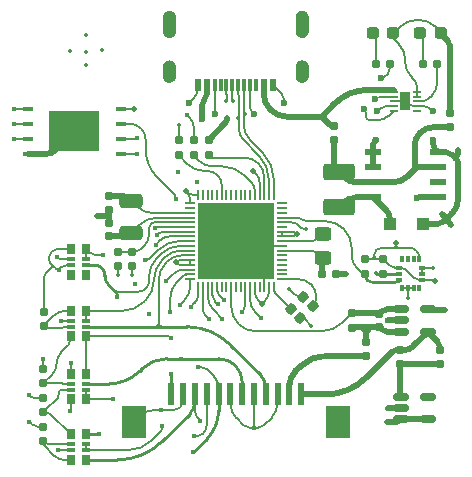
<source format=gtl>
G04 #@! TF.GenerationSoftware,KiCad,Pcbnew,8.0.4*
G04 #@! TF.CreationDate,2024-10-04T00:04:43-04:00*
G04 #@! TF.ProjectId,BlueSTM32,426c7565-5354-44d3-9332-2e6b69636164,rev?*
G04 #@! TF.SameCoordinates,Original*
G04 #@! TF.FileFunction,Copper,L1,Top*
G04 #@! TF.FilePolarity,Positive*
%FSLAX46Y46*%
G04 Gerber Fmt 4.6, Leading zero omitted, Abs format (unit mm)*
G04 Created by KiCad (PCBNEW 8.0.4) date 2024-10-04 00:04:43*
%MOMM*%
%LPD*%
G01*
G04 APERTURE LIST*
G04 Aperture macros list*
%AMRoundRect*
0 Rectangle with rounded corners*
0 $1 Rounding radius*
0 $2 $3 $4 $5 $6 $7 $8 $9 X,Y pos of 4 corners*
0 Add a 4 corners polygon primitive as box body*
4,1,4,$2,$3,$4,$5,$6,$7,$8,$9,$2,$3,0*
0 Add four circle primitives for the rounded corners*
1,1,$1+$1,$2,$3*
1,1,$1+$1,$4,$5*
1,1,$1+$1,$6,$7*
1,1,$1+$1,$8,$9*
0 Add four rect primitives between the rounded corners*
20,1,$1+$1,$2,$3,$4,$5,0*
20,1,$1+$1,$4,$5,$6,$7,0*
20,1,$1+$1,$6,$7,$8,$9,0*
20,1,$1+$1,$8,$9,$2,$3,0*%
G04 Aperture macros list end*
G04 #@! TA.AperFunction,EtchedComponent*
%ADD10C,0.010000*%
G04 #@! TD*
G04 #@! TA.AperFunction,SMDPad,CuDef*
%ADD11R,0.576580X0.351536*%
G04 #@! TD*
G04 #@! TA.AperFunction,SMDPad,CuDef*
%ADD12R,0.351536X0.576580*%
G04 #@! TD*
G04 #@! TA.AperFunction,SMDPad,CuDef*
%ADD13RoundRect,0.150000X-0.512500X-0.150000X0.512500X-0.150000X0.512500X0.150000X-0.512500X0.150000X0*%
G04 #@! TD*
G04 #@! TA.AperFunction,SMDPad,CuDef*
%ADD14RoundRect,0.200000X-0.017678X-0.300520X0.300520X0.017678X0.017678X0.300520X-0.300520X-0.017678X0*%
G04 #@! TD*
G04 #@! TA.AperFunction,SMDPad,CuDef*
%ADD15RoundRect,0.300000X-0.700000X0.300000X-0.700000X-0.300000X0.700000X-0.300000X0.700000X0.300000X0*%
G04 #@! TD*
G04 #@! TA.AperFunction,HeatsinkPad*
%ADD16R,6.400000X6.400000*%
G04 #@! TD*
G04 #@! TA.AperFunction,SMDPad,CuDef*
%ADD17RoundRect,0.062500X-0.062500X-0.400000X0.062500X-0.400000X0.062500X0.400000X-0.062500X0.400000X0*%
G04 #@! TD*
G04 #@! TA.AperFunction,SMDPad,CuDef*
%ADD18RoundRect,0.062500X-0.400000X-0.062500X0.400000X-0.062500X0.400000X0.062500X-0.400000X0.062500X0*%
G04 #@! TD*
G04 #@! TA.AperFunction,SMDPad,CuDef*
%ADD19R,0.863600X0.431800*%
G04 #@! TD*
G04 #@! TA.AperFunction,SMDPad,CuDef*
%ADD20R,4.343400X3.454400*%
G04 #@! TD*
G04 #@! TA.AperFunction,SMDPad,CuDef*
%ADD21R,1.460500X0.533400*%
G04 #@! TD*
G04 #@! TA.AperFunction,SMDPad,CuDef*
%ADD22R,0.900000X1.500000*%
G04 #@! TD*
G04 #@! TA.AperFunction,SMDPad,CuDef*
%ADD23R,0.760000X0.220000*%
G04 #@! TD*
G04 #@! TA.AperFunction,SMDPad,CuDef*
%ADD24RoundRect,0.160000X-0.160000X0.197500X-0.160000X-0.197500X0.160000X-0.197500X0.160000X0.197500X0*%
G04 #@! TD*
G04 #@! TA.AperFunction,SMDPad,CuDef*
%ADD25R,0.736600X0.965200*%
G04 #@! TD*
G04 #@! TA.AperFunction,SMDPad,CuDef*
%ADD26R,0.736600X0.355600*%
G04 #@! TD*
G04 #@! TA.AperFunction,SMDPad,CuDef*
%ADD27RoundRect,0.160000X0.197500X0.160000X-0.197500X0.160000X-0.197500X-0.160000X0.197500X-0.160000X0*%
G04 #@! TD*
G04 #@! TA.AperFunction,SMDPad,CuDef*
%ADD28RoundRect,0.160000X0.160000X-0.197500X0.160000X0.197500X-0.160000X0.197500X-0.160000X-0.197500X0*%
G04 #@! TD*
G04 #@! TA.AperFunction,SMDPad,CuDef*
%ADD29RoundRect,0.250000X-0.450000X0.325000X-0.450000X-0.325000X0.450000X-0.325000X0.450000X0.325000X0*%
G04 #@! TD*
G04 #@! TA.AperFunction,SMDPad,CuDef*
%ADD30RoundRect,0.250001X-1.074999X0.462499X-1.074999X-0.462499X1.074999X-0.462499X1.074999X0.462499X0*%
G04 #@! TD*
G04 #@! TA.AperFunction,SMDPad,CuDef*
%ADD31R,2.100000X2.799999*%
G04 #@! TD*
G04 #@! TA.AperFunction,SMDPad,CuDef*
%ADD32R,0.600000X1.900000*%
G04 #@! TD*
G04 #@! TA.AperFunction,ConnectorPad*
%ADD33C,0.787400*%
G04 #@! TD*
G04 #@! TA.AperFunction,SMDPad,CuDef*
%ADD34RoundRect,0.250000X0.300000X0.300000X-0.300000X0.300000X-0.300000X-0.300000X0.300000X-0.300000X0*%
G04 #@! TD*
G04 #@! TA.AperFunction,SMDPad,CuDef*
%ADD35RoundRect,0.237500X-0.287500X-0.237500X0.287500X-0.237500X0.287500X0.237500X-0.287500X0.237500X0*%
G04 #@! TD*
G04 #@! TA.AperFunction,SMDPad,CuDef*
%ADD36RoundRect,0.155000X-0.212500X-0.155000X0.212500X-0.155000X0.212500X0.155000X-0.212500X0.155000X0*%
G04 #@! TD*
G04 #@! TA.AperFunction,SMDPad,CuDef*
%ADD37RoundRect,0.155000X-0.155000X0.212500X-0.155000X-0.212500X0.155000X-0.212500X0.155000X0.212500X0*%
G04 #@! TD*
G04 #@! TA.AperFunction,SMDPad,CuDef*
%ADD38RoundRect,0.155000X0.155000X-0.212500X0.155000X0.212500X-0.155000X0.212500X-0.155000X-0.212500X0*%
G04 #@! TD*
G04 #@! TA.AperFunction,ComponentPad*
%ADD39O,0.950000X1.900000*%
G04 #@! TD*
G04 #@! TA.AperFunction,ComponentPad*
%ADD40O,0.800000X1.600000*%
G04 #@! TD*
G04 #@! TA.AperFunction,SMDPad,CuDef*
%ADD41R,0.300000X1.100000*%
G04 #@! TD*
G04 #@! TA.AperFunction,SMDPad,CuDef*
%ADD42R,0.600000X1.100000*%
G04 #@! TD*
G04 #@! TA.AperFunction,ViaPad*
%ADD43C,0.400000*%
G04 #@! TD*
G04 #@! TA.AperFunction,ViaPad*
%ADD44C,0.500000*%
G04 #@! TD*
G04 #@! TA.AperFunction,ViaPad*
%ADD45C,0.350000*%
G04 #@! TD*
G04 #@! TA.AperFunction,ViaPad*
%ADD46C,0.600000*%
G04 #@! TD*
G04 #@! TA.AperFunction,Conductor*
%ADD47C,0.200000*%
G04 #@! TD*
G04 #@! TA.AperFunction,Conductor*
%ADD48C,0.250000*%
G04 #@! TD*
G04 #@! TA.AperFunction,Conductor*
%ADD49C,0.500000*%
G04 #@! TD*
G04 APERTURE END LIST*
D10*
X175596000Y-104701000D02*
X175622000Y-104703000D01*
X175648000Y-104706000D01*
X175674000Y-104711000D01*
X175699000Y-104717000D01*
X175725000Y-104724000D01*
X175749000Y-104733000D01*
X175773000Y-104743000D01*
X175797000Y-104754000D01*
X175820000Y-104767000D01*
X175842000Y-104781000D01*
X175864000Y-104795000D01*
X175885000Y-104811000D01*
X175905000Y-104828000D01*
X175924000Y-104846000D01*
X175942000Y-104865000D01*
X175959000Y-104885000D01*
X175975000Y-104906000D01*
X175989000Y-104928000D01*
X176003000Y-104950000D01*
X176016000Y-104973000D01*
X176027000Y-104997000D01*
X176037000Y-105021000D01*
X176046000Y-105045000D01*
X176053000Y-105071000D01*
X176059000Y-105096000D01*
X176064000Y-105122000D01*
X176067000Y-105148000D01*
X176069000Y-105174000D01*
X176070000Y-105200000D01*
X176070000Y-106000000D01*
X176069000Y-106026000D01*
X176067000Y-106052000D01*
X176064000Y-106078000D01*
X176059000Y-106104000D01*
X176053000Y-106129000D01*
X176046000Y-106155000D01*
X176037000Y-106179000D01*
X176027000Y-106203000D01*
X176016000Y-106227000D01*
X176003000Y-106250000D01*
X175989000Y-106272000D01*
X175975000Y-106294000D01*
X175959000Y-106315000D01*
X175942000Y-106335000D01*
X175924000Y-106354000D01*
X175905000Y-106372000D01*
X175885000Y-106389000D01*
X175864000Y-106405000D01*
X175842000Y-106419000D01*
X175820000Y-106433000D01*
X175797000Y-106446000D01*
X175773000Y-106457000D01*
X175749000Y-106467000D01*
X175725000Y-106476000D01*
X175699000Y-106483000D01*
X175674000Y-106489000D01*
X175648000Y-106494000D01*
X175622000Y-106497000D01*
X175596000Y-106499000D01*
X175570000Y-106500000D01*
X175544000Y-106499000D01*
X175518000Y-106497000D01*
X175492000Y-106494000D01*
X175466000Y-106489000D01*
X175441000Y-106483000D01*
X175415000Y-106476000D01*
X175391000Y-106467000D01*
X175367000Y-106457000D01*
X175343000Y-106446000D01*
X175320000Y-106433000D01*
X175298000Y-106419000D01*
X175276000Y-106405000D01*
X175255000Y-106389000D01*
X175235000Y-106372000D01*
X175216000Y-106354000D01*
X175198000Y-106335000D01*
X175181000Y-106315000D01*
X175165000Y-106294000D01*
X175151000Y-106272000D01*
X175137000Y-106250000D01*
X175124000Y-106227000D01*
X175113000Y-106203000D01*
X175103000Y-106179000D01*
X175094000Y-106155000D01*
X175087000Y-106129000D01*
X175081000Y-106104000D01*
X175076000Y-106078000D01*
X175073000Y-106052000D01*
X175071000Y-106026000D01*
X175070000Y-106000000D01*
X175070000Y-105200000D01*
X175071000Y-105174000D01*
X175073000Y-105148000D01*
X175076000Y-105122000D01*
X175081000Y-105096000D01*
X175087000Y-105071000D01*
X175094000Y-105045000D01*
X175103000Y-105021000D01*
X175113000Y-104997000D01*
X175124000Y-104973000D01*
X175137000Y-104950000D01*
X175151000Y-104928000D01*
X175165000Y-104906000D01*
X175181000Y-104885000D01*
X175198000Y-104865000D01*
X175216000Y-104846000D01*
X175235000Y-104828000D01*
X175255000Y-104811000D01*
X175276000Y-104795000D01*
X175298000Y-104781000D01*
X175320000Y-104767000D01*
X175343000Y-104754000D01*
X175367000Y-104743000D01*
X175391000Y-104733000D01*
X175415000Y-104724000D01*
X175441000Y-104717000D01*
X175466000Y-104711000D01*
X175492000Y-104706000D01*
X175518000Y-104703000D01*
X175544000Y-104701000D01*
X175570000Y-104700000D01*
X175596000Y-104701000D01*
G04 #@! TA.AperFunction,EtchedComponent*
G36*
X175596000Y-104701000D02*
G01*
X175622000Y-104703000D01*
X175648000Y-104706000D01*
X175674000Y-104711000D01*
X175699000Y-104717000D01*
X175725000Y-104724000D01*
X175749000Y-104733000D01*
X175773000Y-104743000D01*
X175797000Y-104754000D01*
X175820000Y-104767000D01*
X175842000Y-104781000D01*
X175864000Y-104795000D01*
X175885000Y-104811000D01*
X175905000Y-104828000D01*
X175924000Y-104846000D01*
X175942000Y-104865000D01*
X175959000Y-104885000D01*
X175975000Y-104906000D01*
X175989000Y-104928000D01*
X176003000Y-104950000D01*
X176016000Y-104973000D01*
X176027000Y-104997000D01*
X176037000Y-105021000D01*
X176046000Y-105045000D01*
X176053000Y-105071000D01*
X176059000Y-105096000D01*
X176064000Y-105122000D01*
X176067000Y-105148000D01*
X176069000Y-105174000D01*
X176070000Y-105200000D01*
X176070000Y-106000000D01*
X176069000Y-106026000D01*
X176067000Y-106052000D01*
X176064000Y-106078000D01*
X176059000Y-106104000D01*
X176053000Y-106129000D01*
X176046000Y-106155000D01*
X176037000Y-106179000D01*
X176027000Y-106203000D01*
X176016000Y-106227000D01*
X176003000Y-106250000D01*
X175989000Y-106272000D01*
X175975000Y-106294000D01*
X175959000Y-106315000D01*
X175942000Y-106335000D01*
X175924000Y-106354000D01*
X175905000Y-106372000D01*
X175885000Y-106389000D01*
X175864000Y-106405000D01*
X175842000Y-106419000D01*
X175820000Y-106433000D01*
X175797000Y-106446000D01*
X175773000Y-106457000D01*
X175749000Y-106467000D01*
X175725000Y-106476000D01*
X175699000Y-106483000D01*
X175674000Y-106489000D01*
X175648000Y-106494000D01*
X175622000Y-106497000D01*
X175596000Y-106499000D01*
X175570000Y-106500000D01*
X175544000Y-106499000D01*
X175518000Y-106497000D01*
X175492000Y-106494000D01*
X175466000Y-106489000D01*
X175441000Y-106483000D01*
X175415000Y-106476000D01*
X175391000Y-106467000D01*
X175367000Y-106457000D01*
X175343000Y-106446000D01*
X175320000Y-106433000D01*
X175298000Y-106419000D01*
X175276000Y-106405000D01*
X175255000Y-106389000D01*
X175235000Y-106372000D01*
X175216000Y-106354000D01*
X175198000Y-106335000D01*
X175181000Y-106315000D01*
X175165000Y-106294000D01*
X175151000Y-106272000D01*
X175137000Y-106250000D01*
X175124000Y-106227000D01*
X175113000Y-106203000D01*
X175103000Y-106179000D01*
X175094000Y-106155000D01*
X175087000Y-106129000D01*
X175081000Y-106104000D01*
X175076000Y-106078000D01*
X175073000Y-106052000D01*
X175071000Y-106026000D01*
X175070000Y-106000000D01*
X175070000Y-105200000D01*
X175071000Y-105174000D01*
X175073000Y-105148000D01*
X175076000Y-105122000D01*
X175081000Y-105096000D01*
X175087000Y-105071000D01*
X175094000Y-105045000D01*
X175103000Y-105021000D01*
X175113000Y-104997000D01*
X175124000Y-104973000D01*
X175137000Y-104950000D01*
X175151000Y-104928000D01*
X175165000Y-104906000D01*
X175181000Y-104885000D01*
X175198000Y-104865000D01*
X175216000Y-104846000D01*
X175235000Y-104828000D01*
X175255000Y-104811000D01*
X175276000Y-104795000D01*
X175298000Y-104781000D01*
X175320000Y-104767000D01*
X175343000Y-104754000D01*
X175367000Y-104743000D01*
X175391000Y-104733000D01*
X175415000Y-104724000D01*
X175441000Y-104717000D01*
X175466000Y-104711000D01*
X175492000Y-104706000D01*
X175518000Y-104703000D01*
X175544000Y-104701000D01*
X175570000Y-104700000D01*
X175596000Y-104701000D01*
G37*
G04 #@! TD.AperFunction*
X175596000Y-100501000D02*
X175622000Y-100503000D01*
X175648000Y-100506000D01*
X175674000Y-100511000D01*
X175699000Y-100517000D01*
X175725000Y-100524000D01*
X175749000Y-100533000D01*
X175773000Y-100543000D01*
X175797000Y-100554000D01*
X175820000Y-100567000D01*
X175842000Y-100581000D01*
X175864000Y-100595000D01*
X175885000Y-100611000D01*
X175905000Y-100628000D01*
X175924000Y-100646000D01*
X175942000Y-100665000D01*
X175959000Y-100685000D01*
X175975000Y-100706000D01*
X175989000Y-100728000D01*
X176003000Y-100750000D01*
X176016000Y-100773000D01*
X176027000Y-100797000D01*
X176037000Y-100821000D01*
X176046000Y-100845000D01*
X176053000Y-100871000D01*
X176059000Y-100896000D01*
X176064000Y-100922000D01*
X176067000Y-100948000D01*
X176069000Y-100974000D01*
X176070000Y-101000000D01*
X176070000Y-102200000D01*
X176069000Y-102226000D01*
X176067000Y-102252000D01*
X176064000Y-102278000D01*
X176059000Y-102304000D01*
X176053000Y-102329000D01*
X176046000Y-102355000D01*
X176037000Y-102379000D01*
X176027000Y-102403000D01*
X176016000Y-102427000D01*
X176003000Y-102450000D01*
X175989000Y-102472000D01*
X175975000Y-102494000D01*
X175959000Y-102515000D01*
X175942000Y-102535000D01*
X175924000Y-102554000D01*
X175905000Y-102572000D01*
X175885000Y-102589000D01*
X175864000Y-102605000D01*
X175842000Y-102619000D01*
X175820000Y-102633000D01*
X175797000Y-102646000D01*
X175773000Y-102657000D01*
X175749000Y-102667000D01*
X175725000Y-102676000D01*
X175699000Y-102683000D01*
X175674000Y-102689000D01*
X175648000Y-102694000D01*
X175622000Y-102697000D01*
X175596000Y-102699000D01*
X175570000Y-102700000D01*
X175544000Y-102699000D01*
X175518000Y-102697000D01*
X175492000Y-102694000D01*
X175466000Y-102689000D01*
X175441000Y-102683000D01*
X175415000Y-102676000D01*
X175391000Y-102667000D01*
X175367000Y-102657000D01*
X175343000Y-102646000D01*
X175320000Y-102633000D01*
X175298000Y-102619000D01*
X175276000Y-102605000D01*
X175255000Y-102589000D01*
X175235000Y-102572000D01*
X175216000Y-102554000D01*
X175198000Y-102535000D01*
X175181000Y-102515000D01*
X175165000Y-102494000D01*
X175151000Y-102472000D01*
X175137000Y-102450000D01*
X175124000Y-102427000D01*
X175113000Y-102403000D01*
X175103000Y-102379000D01*
X175094000Y-102355000D01*
X175087000Y-102329000D01*
X175081000Y-102304000D01*
X175076000Y-102278000D01*
X175073000Y-102252000D01*
X175071000Y-102226000D01*
X175070000Y-102200000D01*
X175070000Y-101000000D01*
X175071000Y-100974000D01*
X175073000Y-100948000D01*
X175076000Y-100922000D01*
X175081000Y-100896000D01*
X175087000Y-100871000D01*
X175094000Y-100845000D01*
X175103000Y-100821000D01*
X175113000Y-100797000D01*
X175124000Y-100773000D01*
X175137000Y-100750000D01*
X175151000Y-100728000D01*
X175165000Y-100706000D01*
X175181000Y-100685000D01*
X175198000Y-100665000D01*
X175216000Y-100646000D01*
X175235000Y-100628000D01*
X175255000Y-100611000D01*
X175276000Y-100595000D01*
X175298000Y-100581000D01*
X175320000Y-100567000D01*
X175343000Y-100554000D01*
X175367000Y-100543000D01*
X175391000Y-100533000D01*
X175415000Y-100524000D01*
X175441000Y-100517000D01*
X175466000Y-100511000D01*
X175492000Y-100506000D01*
X175518000Y-100503000D01*
X175544000Y-100501000D01*
X175570000Y-100500000D01*
X175596000Y-100501000D01*
G04 #@! TA.AperFunction,EtchedComponent*
G36*
X175596000Y-100501000D02*
G01*
X175622000Y-100503000D01*
X175648000Y-100506000D01*
X175674000Y-100511000D01*
X175699000Y-100517000D01*
X175725000Y-100524000D01*
X175749000Y-100533000D01*
X175773000Y-100543000D01*
X175797000Y-100554000D01*
X175820000Y-100567000D01*
X175842000Y-100581000D01*
X175864000Y-100595000D01*
X175885000Y-100611000D01*
X175905000Y-100628000D01*
X175924000Y-100646000D01*
X175942000Y-100665000D01*
X175959000Y-100685000D01*
X175975000Y-100706000D01*
X175989000Y-100728000D01*
X176003000Y-100750000D01*
X176016000Y-100773000D01*
X176027000Y-100797000D01*
X176037000Y-100821000D01*
X176046000Y-100845000D01*
X176053000Y-100871000D01*
X176059000Y-100896000D01*
X176064000Y-100922000D01*
X176067000Y-100948000D01*
X176069000Y-100974000D01*
X176070000Y-101000000D01*
X176070000Y-102200000D01*
X176069000Y-102226000D01*
X176067000Y-102252000D01*
X176064000Y-102278000D01*
X176059000Y-102304000D01*
X176053000Y-102329000D01*
X176046000Y-102355000D01*
X176037000Y-102379000D01*
X176027000Y-102403000D01*
X176016000Y-102427000D01*
X176003000Y-102450000D01*
X175989000Y-102472000D01*
X175975000Y-102494000D01*
X175959000Y-102515000D01*
X175942000Y-102535000D01*
X175924000Y-102554000D01*
X175905000Y-102572000D01*
X175885000Y-102589000D01*
X175864000Y-102605000D01*
X175842000Y-102619000D01*
X175820000Y-102633000D01*
X175797000Y-102646000D01*
X175773000Y-102657000D01*
X175749000Y-102667000D01*
X175725000Y-102676000D01*
X175699000Y-102683000D01*
X175674000Y-102689000D01*
X175648000Y-102694000D01*
X175622000Y-102697000D01*
X175596000Y-102699000D01*
X175570000Y-102700000D01*
X175544000Y-102699000D01*
X175518000Y-102697000D01*
X175492000Y-102694000D01*
X175466000Y-102689000D01*
X175441000Y-102683000D01*
X175415000Y-102676000D01*
X175391000Y-102667000D01*
X175367000Y-102657000D01*
X175343000Y-102646000D01*
X175320000Y-102633000D01*
X175298000Y-102619000D01*
X175276000Y-102605000D01*
X175255000Y-102589000D01*
X175235000Y-102572000D01*
X175216000Y-102554000D01*
X175198000Y-102535000D01*
X175181000Y-102515000D01*
X175165000Y-102494000D01*
X175151000Y-102472000D01*
X175137000Y-102450000D01*
X175124000Y-102427000D01*
X175113000Y-102403000D01*
X175103000Y-102379000D01*
X175094000Y-102355000D01*
X175087000Y-102329000D01*
X175081000Y-102304000D01*
X175076000Y-102278000D01*
X175073000Y-102252000D01*
X175071000Y-102226000D01*
X175070000Y-102200000D01*
X175070000Y-101000000D01*
X175071000Y-100974000D01*
X175073000Y-100948000D01*
X175076000Y-100922000D01*
X175081000Y-100896000D01*
X175087000Y-100871000D01*
X175094000Y-100845000D01*
X175103000Y-100821000D01*
X175113000Y-100797000D01*
X175124000Y-100773000D01*
X175137000Y-100750000D01*
X175151000Y-100728000D01*
X175165000Y-100706000D01*
X175181000Y-100685000D01*
X175198000Y-100665000D01*
X175216000Y-100646000D01*
X175235000Y-100628000D01*
X175255000Y-100611000D01*
X175276000Y-100595000D01*
X175298000Y-100581000D01*
X175320000Y-100567000D01*
X175343000Y-100554000D01*
X175367000Y-100543000D01*
X175391000Y-100533000D01*
X175415000Y-100524000D01*
X175441000Y-100517000D01*
X175466000Y-100511000D01*
X175492000Y-100506000D01*
X175518000Y-100503000D01*
X175544000Y-100501000D01*
X175570000Y-100500000D01*
X175596000Y-100501000D01*
G37*
G04 #@! TD.AperFunction*
X164356000Y-104701000D02*
X164382000Y-104703000D01*
X164408000Y-104706000D01*
X164434000Y-104711000D01*
X164459000Y-104717000D01*
X164485000Y-104724000D01*
X164509000Y-104733000D01*
X164533000Y-104743000D01*
X164557000Y-104754000D01*
X164580000Y-104767000D01*
X164602000Y-104781000D01*
X164624000Y-104795000D01*
X164645000Y-104811000D01*
X164665000Y-104828000D01*
X164684000Y-104846000D01*
X164702000Y-104865000D01*
X164719000Y-104885000D01*
X164735000Y-104906000D01*
X164749000Y-104928000D01*
X164763000Y-104950000D01*
X164776000Y-104973000D01*
X164787000Y-104997000D01*
X164797000Y-105021000D01*
X164806000Y-105045000D01*
X164813000Y-105071000D01*
X164819000Y-105096000D01*
X164824000Y-105122000D01*
X164827000Y-105148000D01*
X164829000Y-105174000D01*
X164830000Y-105200000D01*
X164830000Y-106000000D01*
X164829000Y-106026000D01*
X164827000Y-106052000D01*
X164824000Y-106078000D01*
X164819000Y-106104000D01*
X164813000Y-106129000D01*
X164806000Y-106155000D01*
X164797000Y-106179000D01*
X164787000Y-106203000D01*
X164776000Y-106227000D01*
X164763000Y-106250000D01*
X164749000Y-106272000D01*
X164735000Y-106294000D01*
X164719000Y-106315000D01*
X164702000Y-106335000D01*
X164684000Y-106354000D01*
X164665000Y-106372000D01*
X164645000Y-106389000D01*
X164624000Y-106405000D01*
X164602000Y-106419000D01*
X164580000Y-106433000D01*
X164557000Y-106446000D01*
X164533000Y-106457000D01*
X164509000Y-106467000D01*
X164485000Y-106476000D01*
X164459000Y-106483000D01*
X164434000Y-106489000D01*
X164408000Y-106494000D01*
X164382000Y-106497000D01*
X164356000Y-106499000D01*
X164330000Y-106500000D01*
X164304000Y-106499000D01*
X164278000Y-106497000D01*
X164252000Y-106494000D01*
X164226000Y-106489000D01*
X164201000Y-106483000D01*
X164175000Y-106476000D01*
X164151000Y-106467000D01*
X164127000Y-106457000D01*
X164103000Y-106446000D01*
X164080000Y-106433000D01*
X164058000Y-106419000D01*
X164036000Y-106405000D01*
X164015000Y-106389000D01*
X163995000Y-106372000D01*
X163976000Y-106354000D01*
X163958000Y-106335000D01*
X163941000Y-106315000D01*
X163925000Y-106294000D01*
X163911000Y-106272000D01*
X163897000Y-106250000D01*
X163884000Y-106227000D01*
X163873000Y-106203000D01*
X163863000Y-106179000D01*
X163854000Y-106155000D01*
X163847000Y-106129000D01*
X163841000Y-106104000D01*
X163836000Y-106078000D01*
X163833000Y-106052000D01*
X163831000Y-106026000D01*
X163830000Y-106000000D01*
X163830000Y-105200000D01*
X163831000Y-105174000D01*
X163833000Y-105148000D01*
X163836000Y-105122000D01*
X163841000Y-105096000D01*
X163847000Y-105071000D01*
X163854000Y-105045000D01*
X163863000Y-105021000D01*
X163873000Y-104997000D01*
X163884000Y-104973000D01*
X163897000Y-104950000D01*
X163911000Y-104928000D01*
X163925000Y-104906000D01*
X163941000Y-104885000D01*
X163958000Y-104865000D01*
X163976000Y-104846000D01*
X163995000Y-104828000D01*
X164015000Y-104811000D01*
X164036000Y-104795000D01*
X164058000Y-104781000D01*
X164080000Y-104767000D01*
X164103000Y-104754000D01*
X164127000Y-104743000D01*
X164151000Y-104733000D01*
X164175000Y-104724000D01*
X164201000Y-104717000D01*
X164226000Y-104711000D01*
X164252000Y-104706000D01*
X164278000Y-104703000D01*
X164304000Y-104701000D01*
X164330000Y-104700000D01*
X164356000Y-104701000D01*
G04 #@! TA.AperFunction,EtchedComponent*
G36*
X164356000Y-104701000D02*
G01*
X164382000Y-104703000D01*
X164408000Y-104706000D01*
X164434000Y-104711000D01*
X164459000Y-104717000D01*
X164485000Y-104724000D01*
X164509000Y-104733000D01*
X164533000Y-104743000D01*
X164557000Y-104754000D01*
X164580000Y-104767000D01*
X164602000Y-104781000D01*
X164624000Y-104795000D01*
X164645000Y-104811000D01*
X164665000Y-104828000D01*
X164684000Y-104846000D01*
X164702000Y-104865000D01*
X164719000Y-104885000D01*
X164735000Y-104906000D01*
X164749000Y-104928000D01*
X164763000Y-104950000D01*
X164776000Y-104973000D01*
X164787000Y-104997000D01*
X164797000Y-105021000D01*
X164806000Y-105045000D01*
X164813000Y-105071000D01*
X164819000Y-105096000D01*
X164824000Y-105122000D01*
X164827000Y-105148000D01*
X164829000Y-105174000D01*
X164830000Y-105200000D01*
X164830000Y-106000000D01*
X164829000Y-106026000D01*
X164827000Y-106052000D01*
X164824000Y-106078000D01*
X164819000Y-106104000D01*
X164813000Y-106129000D01*
X164806000Y-106155000D01*
X164797000Y-106179000D01*
X164787000Y-106203000D01*
X164776000Y-106227000D01*
X164763000Y-106250000D01*
X164749000Y-106272000D01*
X164735000Y-106294000D01*
X164719000Y-106315000D01*
X164702000Y-106335000D01*
X164684000Y-106354000D01*
X164665000Y-106372000D01*
X164645000Y-106389000D01*
X164624000Y-106405000D01*
X164602000Y-106419000D01*
X164580000Y-106433000D01*
X164557000Y-106446000D01*
X164533000Y-106457000D01*
X164509000Y-106467000D01*
X164485000Y-106476000D01*
X164459000Y-106483000D01*
X164434000Y-106489000D01*
X164408000Y-106494000D01*
X164382000Y-106497000D01*
X164356000Y-106499000D01*
X164330000Y-106500000D01*
X164304000Y-106499000D01*
X164278000Y-106497000D01*
X164252000Y-106494000D01*
X164226000Y-106489000D01*
X164201000Y-106483000D01*
X164175000Y-106476000D01*
X164151000Y-106467000D01*
X164127000Y-106457000D01*
X164103000Y-106446000D01*
X164080000Y-106433000D01*
X164058000Y-106419000D01*
X164036000Y-106405000D01*
X164015000Y-106389000D01*
X163995000Y-106372000D01*
X163976000Y-106354000D01*
X163958000Y-106335000D01*
X163941000Y-106315000D01*
X163925000Y-106294000D01*
X163911000Y-106272000D01*
X163897000Y-106250000D01*
X163884000Y-106227000D01*
X163873000Y-106203000D01*
X163863000Y-106179000D01*
X163854000Y-106155000D01*
X163847000Y-106129000D01*
X163841000Y-106104000D01*
X163836000Y-106078000D01*
X163833000Y-106052000D01*
X163831000Y-106026000D01*
X163830000Y-106000000D01*
X163830000Y-105200000D01*
X163831000Y-105174000D01*
X163833000Y-105148000D01*
X163836000Y-105122000D01*
X163841000Y-105096000D01*
X163847000Y-105071000D01*
X163854000Y-105045000D01*
X163863000Y-105021000D01*
X163873000Y-104997000D01*
X163884000Y-104973000D01*
X163897000Y-104950000D01*
X163911000Y-104928000D01*
X163925000Y-104906000D01*
X163941000Y-104885000D01*
X163958000Y-104865000D01*
X163976000Y-104846000D01*
X163995000Y-104828000D01*
X164015000Y-104811000D01*
X164036000Y-104795000D01*
X164058000Y-104781000D01*
X164080000Y-104767000D01*
X164103000Y-104754000D01*
X164127000Y-104743000D01*
X164151000Y-104733000D01*
X164175000Y-104724000D01*
X164201000Y-104717000D01*
X164226000Y-104711000D01*
X164252000Y-104706000D01*
X164278000Y-104703000D01*
X164304000Y-104701000D01*
X164330000Y-104700000D01*
X164356000Y-104701000D01*
G37*
G04 #@! TD.AperFunction*
X164356000Y-100501000D02*
X164382000Y-100503000D01*
X164408000Y-100506000D01*
X164434000Y-100511000D01*
X164459000Y-100517000D01*
X164485000Y-100524000D01*
X164509000Y-100533000D01*
X164533000Y-100543000D01*
X164557000Y-100554000D01*
X164580000Y-100567000D01*
X164602000Y-100581000D01*
X164624000Y-100595000D01*
X164645000Y-100611000D01*
X164665000Y-100628000D01*
X164684000Y-100646000D01*
X164702000Y-100665000D01*
X164719000Y-100685000D01*
X164735000Y-100706000D01*
X164749000Y-100728000D01*
X164763000Y-100750000D01*
X164776000Y-100773000D01*
X164787000Y-100797000D01*
X164797000Y-100821000D01*
X164806000Y-100845000D01*
X164813000Y-100871000D01*
X164819000Y-100896000D01*
X164824000Y-100922000D01*
X164827000Y-100948000D01*
X164829000Y-100974000D01*
X164830000Y-101000000D01*
X164830000Y-102200000D01*
X164829000Y-102226000D01*
X164827000Y-102252000D01*
X164824000Y-102278000D01*
X164819000Y-102304000D01*
X164813000Y-102329000D01*
X164806000Y-102355000D01*
X164797000Y-102379000D01*
X164787000Y-102403000D01*
X164776000Y-102427000D01*
X164763000Y-102450000D01*
X164749000Y-102472000D01*
X164735000Y-102494000D01*
X164719000Y-102515000D01*
X164702000Y-102535000D01*
X164684000Y-102554000D01*
X164665000Y-102572000D01*
X164645000Y-102589000D01*
X164624000Y-102605000D01*
X164602000Y-102619000D01*
X164580000Y-102633000D01*
X164557000Y-102646000D01*
X164533000Y-102657000D01*
X164509000Y-102667000D01*
X164485000Y-102676000D01*
X164459000Y-102683000D01*
X164434000Y-102689000D01*
X164408000Y-102694000D01*
X164382000Y-102697000D01*
X164356000Y-102699000D01*
X164330000Y-102700000D01*
X164304000Y-102699000D01*
X164278000Y-102697000D01*
X164252000Y-102694000D01*
X164226000Y-102689000D01*
X164201000Y-102683000D01*
X164175000Y-102676000D01*
X164151000Y-102667000D01*
X164127000Y-102657000D01*
X164103000Y-102646000D01*
X164080000Y-102633000D01*
X164058000Y-102619000D01*
X164036000Y-102605000D01*
X164015000Y-102589000D01*
X163995000Y-102572000D01*
X163976000Y-102554000D01*
X163958000Y-102535000D01*
X163941000Y-102515000D01*
X163925000Y-102494000D01*
X163911000Y-102472000D01*
X163897000Y-102450000D01*
X163884000Y-102427000D01*
X163873000Y-102403000D01*
X163863000Y-102379000D01*
X163854000Y-102355000D01*
X163847000Y-102329000D01*
X163841000Y-102304000D01*
X163836000Y-102278000D01*
X163833000Y-102252000D01*
X163831000Y-102226000D01*
X163830000Y-102200000D01*
X163830000Y-101000000D01*
X163831000Y-100974000D01*
X163833000Y-100948000D01*
X163836000Y-100922000D01*
X163841000Y-100896000D01*
X163847000Y-100871000D01*
X163854000Y-100845000D01*
X163863000Y-100821000D01*
X163873000Y-100797000D01*
X163884000Y-100773000D01*
X163897000Y-100750000D01*
X163911000Y-100728000D01*
X163925000Y-100706000D01*
X163941000Y-100685000D01*
X163958000Y-100665000D01*
X163976000Y-100646000D01*
X163995000Y-100628000D01*
X164015000Y-100611000D01*
X164036000Y-100595000D01*
X164058000Y-100581000D01*
X164080000Y-100567000D01*
X164103000Y-100554000D01*
X164127000Y-100543000D01*
X164151000Y-100533000D01*
X164175000Y-100524000D01*
X164201000Y-100517000D01*
X164226000Y-100511000D01*
X164252000Y-100506000D01*
X164278000Y-100503000D01*
X164304000Y-100501000D01*
X164330000Y-100500000D01*
X164356000Y-100501000D01*
G04 #@! TA.AperFunction,EtchedComponent*
G36*
X164356000Y-100501000D02*
G01*
X164382000Y-100503000D01*
X164408000Y-100506000D01*
X164434000Y-100511000D01*
X164459000Y-100517000D01*
X164485000Y-100524000D01*
X164509000Y-100533000D01*
X164533000Y-100543000D01*
X164557000Y-100554000D01*
X164580000Y-100567000D01*
X164602000Y-100581000D01*
X164624000Y-100595000D01*
X164645000Y-100611000D01*
X164665000Y-100628000D01*
X164684000Y-100646000D01*
X164702000Y-100665000D01*
X164719000Y-100685000D01*
X164735000Y-100706000D01*
X164749000Y-100728000D01*
X164763000Y-100750000D01*
X164776000Y-100773000D01*
X164787000Y-100797000D01*
X164797000Y-100821000D01*
X164806000Y-100845000D01*
X164813000Y-100871000D01*
X164819000Y-100896000D01*
X164824000Y-100922000D01*
X164827000Y-100948000D01*
X164829000Y-100974000D01*
X164830000Y-101000000D01*
X164830000Y-102200000D01*
X164829000Y-102226000D01*
X164827000Y-102252000D01*
X164824000Y-102278000D01*
X164819000Y-102304000D01*
X164813000Y-102329000D01*
X164806000Y-102355000D01*
X164797000Y-102379000D01*
X164787000Y-102403000D01*
X164776000Y-102427000D01*
X164763000Y-102450000D01*
X164749000Y-102472000D01*
X164735000Y-102494000D01*
X164719000Y-102515000D01*
X164702000Y-102535000D01*
X164684000Y-102554000D01*
X164665000Y-102572000D01*
X164645000Y-102589000D01*
X164624000Y-102605000D01*
X164602000Y-102619000D01*
X164580000Y-102633000D01*
X164557000Y-102646000D01*
X164533000Y-102657000D01*
X164509000Y-102667000D01*
X164485000Y-102676000D01*
X164459000Y-102683000D01*
X164434000Y-102689000D01*
X164408000Y-102694000D01*
X164382000Y-102697000D01*
X164356000Y-102699000D01*
X164330000Y-102700000D01*
X164304000Y-102699000D01*
X164278000Y-102697000D01*
X164252000Y-102694000D01*
X164226000Y-102689000D01*
X164201000Y-102683000D01*
X164175000Y-102676000D01*
X164151000Y-102667000D01*
X164127000Y-102657000D01*
X164103000Y-102646000D01*
X164080000Y-102633000D01*
X164058000Y-102619000D01*
X164036000Y-102605000D01*
X164015000Y-102589000D01*
X163995000Y-102572000D01*
X163976000Y-102554000D01*
X163958000Y-102535000D01*
X163941000Y-102515000D01*
X163925000Y-102494000D01*
X163911000Y-102472000D01*
X163897000Y-102450000D01*
X163884000Y-102427000D01*
X163873000Y-102403000D01*
X163863000Y-102379000D01*
X163854000Y-102355000D01*
X163847000Y-102329000D01*
X163841000Y-102304000D01*
X163836000Y-102278000D01*
X163833000Y-102252000D01*
X163831000Y-102226000D01*
X163830000Y-102200000D01*
X163830000Y-101000000D01*
X163831000Y-100974000D01*
X163833000Y-100948000D01*
X163836000Y-100922000D01*
X163841000Y-100896000D01*
X163847000Y-100871000D01*
X163854000Y-100845000D01*
X163863000Y-100821000D01*
X163873000Y-100797000D01*
X163884000Y-100773000D01*
X163897000Y-100750000D01*
X163911000Y-100728000D01*
X163925000Y-100706000D01*
X163941000Y-100685000D01*
X163958000Y-100665000D01*
X163976000Y-100646000D01*
X163995000Y-100628000D01*
X164015000Y-100611000D01*
X164036000Y-100595000D01*
X164058000Y-100581000D01*
X164080000Y-100567000D01*
X164103000Y-100554000D01*
X164127000Y-100543000D01*
X164151000Y-100533000D01*
X164175000Y-100524000D01*
X164201000Y-100517000D01*
X164226000Y-100511000D01*
X164252000Y-100506000D01*
X164278000Y-100503000D01*
X164304000Y-100501000D01*
X164330000Y-100500000D01*
X164356000Y-100501000D01*
G37*
G04 #@! TD.AperFunction*
D11*
X183837400Y-123259999D03*
X183837400Y-122760000D03*
X183837400Y-122260001D03*
D12*
X184043699Y-121549700D03*
X184543700Y-121549700D03*
X185043700Y-121549700D03*
X185543701Y-121549700D03*
D11*
X185750000Y-122260001D03*
X185750000Y-122760000D03*
X185750000Y-123259999D03*
D12*
X185543701Y-123970300D03*
X185043700Y-123970300D03*
X184543700Y-123970300D03*
X184043699Y-123970300D03*
D13*
X186270000Y-125760000D03*
X186270000Y-127660000D03*
X183995000Y-127660000D03*
X183995000Y-126710000D03*
X183995000Y-125760000D03*
D14*
X175713745Y-124698440D03*
X176491561Y-125476256D03*
X175466257Y-126501561D03*
X174688440Y-125723744D03*
D15*
X161160000Y-119280000D03*
X161160000Y-116580000D03*
D16*
X170000000Y-120000000D03*
D17*
X166800000Y-116112500D03*
X167200000Y-116112500D03*
X167600000Y-116112500D03*
X168000000Y-116112500D03*
X168400000Y-116112500D03*
X168800000Y-116112500D03*
X169200000Y-116112500D03*
X169600000Y-116112500D03*
X170000000Y-116112500D03*
X170400000Y-116112500D03*
X170800000Y-116112500D03*
X171200000Y-116112500D03*
X171600000Y-116112500D03*
X172000000Y-116112500D03*
X172400000Y-116112500D03*
X172800000Y-116112500D03*
X173200000Y-116112500D03*
D18*
X173887500Y-116800000D03*
X173887500Y-117200000D03*
X173887500Y-117600000D03*
X173887500Y-118000000D03*
X173887500Y-118400000D03*
X173887500Y-118800000D03*
X173887500Y-119200000D03*
X173887500Y-119600000D03*
X173887500Y-120000000D03*
X173887500Y-120400000D03*
X173887500Y-120800000D03*
X173887500Y-121200000D03*
X173887500Y-121600000D03*
X173887500Y-122000000D03*
X173887500Y-122400000D03*
X173887500Y-122800000D03*
X173887500Y-123200000D03*
D17*
X173200000Y-123887500D03*
X172800000Y-123887500D03*
X172400000Y-123887500D03*
X172000000Y-123887500D03*
X171600000Y-123887500D03*
X171200000Y-123887500D03*
X170800000Y-123887500D03*
X170400000Y-123887500D03*
X170000000Y-123887500D03*
X169600000Y-123887500D03*
X169200000Y-123887500D03*
X168800000Y-123887500D03*
X168400000Y-123887500D03*
X168000000Y-123887500D03*
X167600000Y-123887500D03*
X167200000Y-123887500D03*
X166800000Y-123887500D03*
D18*
X166112500Y-123200000D03*
X166112500Y-122800000D03*
X166112500Y-122400000D03*
X166112500Y-122000000D03*
X166112500Y-121600000D03*
X166112500Y-121200000D03*
X166112500Y-120800000D03*
X166112500Y-120400000D03*
X166112500Y-120000000D03*
X166112500Y-119600000D03*
X166112500Y-119200000D03*
X166112500Y-118800000D03*
X166112500Y-118400000D03*
X166112500Y-118000000D03*
X166112500Y-117600000D03*
X166112500Y-117200000D03*
X166112500Y-116800000D03*
D19*
X152381400Y-108790000D03*
X152381400Y-110060000D03*
X152381400Y-111330000D03*
X152381400Y-112600000D03*
X160230000Y-112600000D03*
X160230000Y-111330000D03*
X160230000Y-110060000D03*
X160230000Y-108790000D03*
D20*
X156305700Y-110695000D03*
D21*
X181648350Y-112485000D03*
X181648350Y-113755000D03*
X181648350Y-115025000D03*
X181648350Y-116295000D03*
X187096650Y-116295000D03*
X187096650Y-115025000D03*
X187096650Y-113755000D03*
X187096650Y-112485000D03*
D13*
X186280000Y-133190000D03*
X186280000Y-135090000D03*
X184005000Y-135090000D03*
X184005000Y-134140000D03*
X184005000Y-133190000D03*
D22*
X184332500Y-108150000D03*
D23*
X185317500Y-107350000D03*
X185317500Y-107750000D03*
X185317500Y-108150000D03*
X185317500Y-108550000D03*
X185317500Y-108950000D03*
X183347500Y-108950000D03*
X183347500Y-108550000D03*
X183347500Y-108150000D03*
X183347500Y-107750000D03*
X183347500Y-107350000D03*
D24*
X178270000Y-110242500D03*
X178270000Y-111437500D03*
X188090000Y-109152500D03*
X188090000Y-110347500D03*
X153665000Y-134467500D03*
X153665000Y-133272500D03*
X153695000Y-135702500D03*
X153695000Y-136897500D03*
X153695000Y-130842500D03*
X153695000Y-132037500D03*
X153715000Y-125992500D03*
X153715000Y-127187500D03*
D25*
X156000000Y-136360500D03*
D26*
X156000000Y-137190000D03*
X156000000Y-137690000D03*
D25*
X156000000Y-138519500D03*
X157270000Y-138519500D03*
D26*
X157270000Y-137690000D03*
X157270000Y-137190000D03*
D25*
X157270000Y-136360500D03*
X156000000Y-131240500D03*
D26*
X156000000Y-132070000D03*
X156000000Y-132570000D03*
D25*
X156000000Y-133399500D03*
X157270000Y-133399500D03*
D26*
X157270000Y-132570000D03*
X157270000Y-132070000D03*
D25*
X157270000Y-131240500D03*
X156000000Y-125910500D03*
D26*
X156000000Y-126740000D03*
X156000000Y-127240000D03*
D25*
X156000000Y-128069500D03*
X157270000Y-128069500D03*
D26*
X157270000Y-127240000D03*
X157270000Y-126740000D03*
D25*
X157270000Y-125910500D03*
X156005000Y-120691000D03*
D26*
X156005000Y-121520500D03*
X156005000Y-122020500D03*
D25*
X156005000Y-122850000D03*
X157275000Y-122850000D03*
D26*
X157275000Y-122020500D03*
X157275000Y-121520500D03*
D25*
X157275000Y-120691000D03*
D24*
X182460000Y-121542500D03*
X182460000Y-122737500D03*
X180950000Y-121542500D03*
X180950000Y-122737500D03*
X161180000Y-122077500D03*
X161180000Y-120882500D03*
D27*
X183060000Y-105000000D03*
X181865000Y-105000000D03*
X187050000Y-105000000D03*
X185855000Y-105000000D03*
D28*
X179802500Y-126115000D03*
X179802500Y-127310000D03*
D24*
X183852500Y-130400000D03*
X183852500Y-129205000D03*
X159990000Y-122077500D03*
X159990000Y-120882500D03*
D29*
X177350000Y-121425000D03*
X177350000Y-119375000D03*
D30*
X178732500Y-117127500D03*
X178732500Y-114152500D03*
D31*
X178679989Y-135330352D03*
X161380011Y-135330352D03*
D32*
X175530012Y-132980351D03*
X174530011Y-132980351D03*
X173530011Y-132980351D03*
X172530010Y-132980351D03*
X171530010Y-132980351D03*
X170530012Y-132980351D03*
X169530011Y-132980351D03*
X168530011Y-132980351D03*
X167530010Y-132980351D03*
X166530012Y-132980351D03*
X165530012Y-132980351D03*
X164530011Y-132980351D03*
D33*
X165150000Y-112745000D03*
X165150000Y-111475000D03*
X166420000Y-112745000D03*
X166420000Y-111475000D03*
X167690000Y-112745000D03*
X167690000Y-111475000D03*
D34*
X183040000Y-118520000D03*
X185840000Y-118520000D03*
D35*
X181592500Y-102400000D03*
X183342500Y-102400000D03*
X185602500Y-102400000D03*
X187352500Y-102400000D03*
D36*
X178447500Y-122770000D03*
X177312500Y-122770000D03*
D37*
X159240000Y-117327500D03*
X159240000Y-116192500D03*
D38*
X159240000Y-118462500D03*
X159240000Y-119597500D03*
X182152500Y-126145000D03*
X182152500Y-127280000D03*
X181032500Y-128555000D03*
X181032500Y-129690000D03*
D37*
X187252500Y-130370000D03*
X187252500Y-129235000D03*
D39*
X164330000Y-101600000D03*
D40*
X175570000Y-105600000D03*
X164330000Y-105600000D03*
D39*
X175570000Y-101600000D03*
D41*
X171700000Y-106750000D03*
X170700000Y-106750000D03*
X169200000Y-106750000D03*
X168200000Y-106750000D03*
D42*
X167550000Y-106750000D03*
X166750000Y-106750000D03*
D41*
X168700000Y-106750000D03*
X169700000Y-106750000D03*
X170200000Y-106750000D03*
X171200000Y-106750000D03*
D42*
X172350000Y-106750000D03*
X173150000Y-106750000D03*
D43*
X178690000Y-135310000D03*
X171530000Y-135800000D03*
X166410000Y-136510000D03*
X163640000Y-134310000D03*
X153700000Y-129970000D03*
X152510000Y-135290000D03*
X152510000Y-133050000D03*
X165820000Y-109300000D03*
X165055000Y-114115000D03*
X151190000Y-108790000D03*
X162650000Y-126200000D03*
X161600000Y-111290000D03*
X166740000Y-114970000D03*
X164910000Y-116410000D03*
X151180000Y-111350000D03*
X161470000Y-123630000D03*
X168480000Y-125350000D03*
X169010000Y-124980000D03*
X170480000Y-125970000D03*
X172120000Y-126500000D03*
X161590000Y-112600000D03*
X163170000Y-118900000D03*
X163282407Y-119506319D03*
X151190000Y-110080000D03*
X168810000Y-126550000D03*
X166980000Y-135230000D03*
X166180000Y-125570000D03*
X166760000Y-130650000D03*
X165390000Y-129950000D03*
X164420000Y-126010000D03*
X159620000Y-133360000D03*
X165230000Y-125390000D03*
X158780000Y-121150000D03*
X162320000Y-121560000D03*
X164530000Y-128160000D03*
X164100000Y-123380000D03*
X167700000Y-126590000D03*
X163770000Y-135670000D03*
X164530000Y-131210000D03*
X159920000Y-124760000D03*
X166400000Y-137880000D03*
X158380000Y-136360000D03*
X154885000Y-121370000D03*
X155035000Y-122400000D03*
X155205000Y-126760000D03*
X156005000Y-130330000D03*
X155975000Y-134350000D03*
X154955000Y-137700000D03*
X170350000Y-119980000D03*
X163212917Y-120282917D03*
X169210000Y-109600000D03*
D44*
X157540000Y-111800000D03*
X155040000Y-111770000D03*
X156320000Y-110740000D03*
X157380000Y-109770000D03*
X155040000Y-109750000D03*
X161380000Y-108790000D03*
X171460000Y-114080000D03*
X165800000Y-115760000D03*
X164910000Y-121800000D03*
X172200000Y-125300000D03*
X175170000Y-119370000D03*
X186830000Y-123350000D03*
X183530000Y-120180000D03*
X188840000Y-112310000D03*
X187450000Y-117690000D03*
X188210000Y-118620000D03*
D45*
X161200000Y-122880000D03*
X159990000Y-122880000D03*
X157310000Y-105070000D03*
X158680000Y-103850000D03*
X155980000Y-103920000D03*
X157290000Y-102580000D03*
X157350000Y-103950000D03*
X188090000Y-103710000D03*
X165150000Y-110200000D03*
X158280000Y-117860000D03*
X179290000Y-122800000D03*
X175920000Y-118960000D03*
X181860000Y-122720000D03*
X176380000Y-127160000D03*
X174480000Y-124030000D03*
X186720000Y-122260000D03*
X184540000Y-124830000D03*
X182842500Y-126702500D03*
X187712500Y-125802500D03*
X182762500Y-135302500D03*
X182862500Y-134132500D03*
X169175000Y-108120000D03*
X169725000Y-108120000D03*
X170160000Y-109590000D03*
X170740000Y-109270000D03*
D46*
X177250000Y-109470000D03*
X167120000Y-109670000D03*
X182310000Y-106180000D03*
X180810000Y-108790000D03*
X171500000Y-109210000D03*
X174070000Y-108320000D03*
X166020000Y-108300000D03*
X168260000Y-109240000D03*
X186697500Y-109010000D03*
X181977500Y-108990000D03*
X181747500Y-108000000D03*
X181852500Y-111450000D03*
X178322500Y-112810000D03*
X185352500Y-116370000D03*
X186682500Y-111420000D03*
D47*
X170250000Y-110461422D02*
G75*
G03*
X170661133Y-111453965I1403700J22D01*
G01*
X170250000Y-109780000D02*
X170250000Y-109780000D01*
X170200000Y-107539645D02*
G75*
G03*
X170225014Y-107599987I85400J45D01*
G01*
X170250000Y-109445000D02*
G75*
G02*
X170211113Y-109538894I-132800J0D01*
G01*
X169225000Y-107600001D02*
G75*
G02*
X169250018Y-107660356I-60400J-60399D01*
G01*
X171909167Y-112702011D02*
G75*
G02*
X172800018Y-114852672I-2150667J-2150689D01*
G01*
X170250000Y-109445000D02*
X170250000Y-109445000D01*
X170205000Y-109635000D02*
G75*
G02*
X170249984Y-109743639I-108600J-108600D01*
G01*
X169200000Y-107539645D02*
G75*
G03*
X169225014Y-107599987I85400J45D01*
G01*
X169250000Y-107991966D02*
G75*
G02*
X169212510Y-108082510I-128000J-34D01*
G01*
X170225000Y-107600001D02*
G75*
G02*
X170250018Y-107660356I-60400J-60399D01*
G01*
X170250000Y-109980000D02*
X170250000Y-109780000D01*
X170250000Y-109780000D02*
X170250000Y-109980000D01*
X170250000Y-109445000D02*
X170250000Y-109335000D01*
X170250000Y-109335000D02*
X170250000Y-109445000D01*
X169700000Y-107539645D02*
G75*
G02*
X169674986Y-107599987I-85400J45D01*
G01*
X170695000Y-109315000D02*
G75*
G03*
X170650016Y-109423639I108600J-108600D01*
G01*
X170650000Y-109296360D02*
G75*
G03*
X170695068Y-109315068I26400J-40D01*
G01*
X169675000Y-107600001D02*
G75*
G03*
X169649982Y-107660356I60400J-60399D01*
G01*
X170650000Y-110118578D02*
G75*
G03*
X171186378Y-111413568I1831400J-22D01*
G01*
X170700000Y-107539645D02*
G75*
G02*
X170674986Y-107599987I-85400J45D01*
G01*
X169650000Y-107991966D02*
G75*
G03*
X169687490Y-108082510I128000J-34D01*
G01*
X172250587Y-112477743D02*
G75*
G02*
X173199979Y-114769828I-2292087J-2292057D01*
G01*
X170675000Y-107600001D02*
G75*
G03*
X170649982Y-107660356I60400J-60399D01*
G01*
X170650000Y-109115000D02*
X170650000Y-109115000D01*
X170650000Y-109116360D02*
G75*
G03*
X170694988Y-109225012I153600J-40D01*
G01*
X170650000Y-109423639D02*
X170650000Y-109296360D01*
X170650000Y-109115000D02*
X170650000Y-108985000D01*
X170650000Y-108985000D02*
X170650000Y-109115000D01*
X170800000Y-125423725D02*
G75*
G02*
X170639992Y-125809992I-546300J25D01*
G01*
X161580000Y-111310000D02*
G75*
G02*
X161531715Y-111330007I-48300J48300D01*
G01*
X171200000Y-124929461D02*
G75*
G03*
X171659989Y-126040011I1570500J-39D01*
G01*
X152371400Y-110070000D02*
G75*
G02*
X152347257Y-110079983I-24100J24100D01*
G01*
X163340710Y-118800000D02*
G75*
G03*
X163219997Y-118849997I-10J-170700D01*
G01*
X161970000Y-110450000D02*
G75*
G03*
X161028456Y-110060018I-941500J-941500D01*
G01*
X161970000Y-110450000D02*
G75*
G02*
X162359982Y-111391543I-941500J-941500D01*
G01*
X162360000Y-112225000D02*
G75*
G03*
X163339339Y-114589345I3343700J0D01*
G01*
X168000000Y-124530588D02*
G75*
G03*
X168239997Y-125110003I819400J-12D01*
G01*
X164821611Y-116071611D02*
G75*
G02*
X164909993Y-116285000I-213411J-213389D01*
G01*
X163805326Y-119200000D02*
G75*
G03*
X163435557Y-119353150I-26J-522900D01*
G01*
X152371400Y-111340000D02*
G75*
G02*
X152347257Y-111349983I-24100J24100D01*
G01*
X168400000Y-124128750D02*
G75*
G03*
X168570570Y-124540608I582400J-50D01*
G01*
X176336040Y-123656040D02*
G75*
G03*
X175235061Y-123200022I-1100940J-1100960D01*
G01*
X176792081Y-124963236D02*
G75*
G02*
X176641795Y-125325970I-512981J36D01*
G01*
X176416022Y-123736022D02*
G75*
G02*
X176792064Y-124643908I-907922J-907878D01*
G01*
X173200000Y-124061402D02*
G75*
G03*
X173322976Y-124358262I419800J2D01*
G01*
X163770000Y-135830181D02*
G75*
G02*
X163656742Y-136103635I-386700J-19D01*
G01*
X167200000Y-125736446D02*
G75*
G03*
X167449984Y-126340016I853500J-54D01*
G01*
X162920181Y-136840181D02*
G75*
G02*
X160868536Y-137690015I-2051681J2051681D01*
G01*
X153695000Y-137076249D02*
G75*
G03*
X153821377Y-137381410I431500J-51D01*
G01*
X154591629Y-138151628D02*
G75*
G03*
X155479750Y-138519533I888171J888128D01*
G01*
X155995000Y-137195000D02*
G75*
G02*
X155982928Y-137200012I-12100J12100D01*
G01*
X153821394Y-137023894D02*
G75*
G03*
X153694966Y-137076249I-52394J-52306D01*
G01*
X153846250Y-137048750D02*
G75*
G03*
X154211399Y-137200000I365150J365150D01*
G01*
X155095000Y-132620000D02*
G75*
G03*
X155045004Y-132740710I120700J-120700D01*
G01*
X155215710Y-132570000D02*
G75*
G03*
X155094997Y-132619997I-10J-170700D01*
G01*
X155045000Y-132878750D02*
G75*
G02*
X154897373Y-133235090I-504000J50D01*
G01*
X153821270Y-134311229D02*
G75*
G03*
X153886000Y-134467571I64730J-64771D01*
G01*
X154263270Y-134623770D02*
G75*
G03*
X153886000Y-134467488I-377270J-377230D01*
G01*
X166112500Y-123883478D02*
G75*
G02*
X165671256Y-124948756I-1506500J-22D01*
G01*
X159600250Y-133379750D02*
G75*
G02*
X159552569Y-133399487I-47650J47650D01*
G01*
X165596250Y-122400000D02*
G75*
G03*
X164714939Y-122765026I-50J-1246300D01*
G01*
X164484750Y-128114750D02*
G75*
G03*
X164375506Y-128069497I-109250J-109250D01*
G01*
X155362350Y-132053750D02*
G75*
G03*
X155323119Y-132037492I-39250J-39250D01*
G01*
X154815000Y-130363750D02*
G75*
G02*
X154423421Y-131309042I-1336900J50D01*
G01*
X156000000Y-128347250D02*
G75*
G02*
X155803566Y-128821364I-670500J50D01*
G01*
X155362350Y-132053750D02*
G75*
G03*
X155401580Y-132070008I39250J39250D01*
G01*
X155206560Y-129418439D02*
G75*
G03*
X154815043Y-130363750I945340J-945261D01*
G01*
X153781249Y-127121249D02*
G75*
G03*
X153781249Y-127253751I66251J-66251D01*
G01*
X155488268Y-127240000D02*
G75*
G03*
X155391709Y-127280009I32J-136600D01*
G01*
X155391700Y-127280000D02*
G75*
G02*
X155295131Y-127320013I-96600J96600D01*
G01*
X153781250Y-127253750D02*
G75*
G03*
X153941191Y-127320003I159950J159950D01*
G01*
X155496000Y-125910500D02*
G75*
G03*
X154635611Y-126266874I0J-1216800D01*
G01*
X165323407Y-120800000D02*
G75*
G03*
X163976346Y-121357978I-7J-1905000D01*
G01*
X163766188Y-121568125D02*
G75*
G03*
X163049963Y-123297157I1729012J-1729075D01*
G01*
X157270853Y-125910000D02*
G75*
G03*
X157270233Y-125910233I-53J-800D01*
G01*
X157270250Y-125910250D02*
G75*
G03*
X157270024Y-125910851I550J-550D01*
G01*
X163050000Y-123297157D02*
G75*
G02*
X162333829Y-125026206I-2445200J-43D01*
G01*
X162250000Y-125110000D02*
G75*
G02*
X160318629Y-125910012I-1931400J1931400D01*
G01*
X165157721Y-120000000D02*
G75*
G03*
X163527809Y-120675128I-21J-2305000D01*
G01*
X157504500Y-120920500D02*
G75*
G03*
X158058562Y-121150016I554100J554100D01*
G01*
X162757119Y-121445822D02*
G75*
G02*
X162481471Y-121559986I-275619J275622D01*
G01*
X175541005Y-118861005D02*
G75*
G03*
X175780000Y-118959997I238995J239005D01*
G01*
X175360000Y-118680000D02*
G75*
G03*
X174684020Y-118399992I-676000J-676000D01*
G01*
D48*
X182471250Y-122748750D02*
G75*
G03*
X182444090Y-122737504I-27150J-27150D01*
G01*
X181868750Y-122728750D02*
G75*
G03*
X181889874Y-122737511I21150J21150D01*
G01*
X182471250Y-122748750D02*
G75*
G03*
X182498409Y-122759996I27150J27150D01*
G01*
D47*
X179140000Y-118960000D02*
G75*
G02*
X179800008Y-120553380I-1593400J-1593400D01*
G01*
X180594692Y-122644692D02*
G75*
G03*
X180818750Y-122737525I224108J224092D01*
G01*
X179140000Y-118960000D02*
G75*
G03*
X177546619Y-118299992I-1593400J-1593400D01*
G01*
D48*
X180950000Y-122943750D02*
G75*
G03*
X181095822Y-123295858I497900J-50D01*
G01*
D47*
X175590000Y-118150000D02*
G75*
G03*
X175227867Y-118000013I-362100J-362100D01*
G01*
X179800000Y-121222442D02*
G75*
G03*
X180243763Y-122293737I1515100J42D01*
G01*
X175590000Y-118150000D02*
G75*
G03*
X175952132Y-118299987I362100J362100D01*
G01*
D48*
X183732399Y-123364999D02*
G75*
G02*
X183478905Y-123470002I-253499J253499D01*
G01*
X180950000Y-122868750D02*
G75*
G03*
X180818750Y-122737500I-131300J-50D01*
G01*
X181110000Y-123310000D02*
G75*
G03*
X181496274Y-123470011I386300J386300D01*
G01*
D47*
X182937500Y-109360000D02*
G75*
G02*
X181947672Y-109769989I-989800J989800D01*
G01*
X180896250Y-108876250D02*
G75*
G02*
X180982510Y-109084475I-208250J-208250D01*
G01*
X180982500Y-109366250D02*
G75*
G03*
X181386250Y-109770000I403700J-50D01*
G01*
X182567175Y-106112824D02*
G75*
G02*
X182405000Y-106179985I-162175J162224D01*
G01*
X183060000Y-105310000D02*
G75*
G02*
X182840795Y-105839202I-748400J0D01*
G01*
X186373271Y-107874228D02*
G75*
G02*
X185707500Y-108150012I-665771J665728D01*
G01*
X187050000Y-106523980D02*
G75*
G02*
X186573756Y-107673756I-1626000J-20D01*
G01*
X182728626Y-108550000D02*
G75*
G03*
X182197492Y-108769992I-26J-751100D01*
G01*
X182174276Y-107750000D02*
G75*
G03*
X181872507Y-107875007I24J-426800D01*
G01*
X163096776Y-118400000D02*
G75*
G03*
X162795007Y-118525007I24J-426800D01*
G01*
X161968444Y-120676555D02*
G75*
G02*
X161471250Y-120882546I-497244J497155D01*
G01*
X162670000Y-119333300D02*
G75*
G02*
X162216250Y-120428750I-1549200J0D01*
G01*
X162795000Y-118525000D02*
G75*
G03*
X162669990Y-118826776I301800J-301800D01*
G01*
X177037500Y-119687500D02*
G75*
G02*
X176283058Y-119999953I-754400J754500D01*
G01*
D49*
X177934995Y-110154995D02*
G75*
G03*
X178146250Y-110242453I211205J211295D01*
G01*
X181125132Y-107200000D02*
G75*
G03*
X178384991Y-108334991I-32J-3875100D01*
G01*
X167335000Y-108015000D02*
G75*
G03*
X167119952Y-108534055I519000J-519100D01*
G01*
X172350000Y-107520000D02*
G75*
G03*
X172894481Y-108834463I1858900J0D01*
G01*
X167550000Y-107495944D02*
G75*
G02*
X167334987Y-108014987I-734100J44D01*
G01*
X172940000Y-108880000D02*
G75*
G03*
X174364386Y-109470006I1424400J1424400D01*
G01*
D47*
X168200000Y-109137573D02*
G75*
G03*
X168229992Y-109210008I102400J-27D01*
G01*
X171200000Y-108697867D02*
G75*
G03*
X171349991Y-109060009I512100J-33D01*
G01*
D48*
X163784655Y-136925707D02*
G75*
G02*
X159936899Y-138519484I-3847755J3847807D01*
G01*
D47*
X167600000Y-124613750D02*
G75*
G03*
X168113516Y-125853556I1753300J-50D01*
G01*
X166530012Y-133580351D02*
X166530012Y-133580351D01*
X166530012Y-134461822D02*
G75*
G03*
X166755015Y-135004997I768188J22D01*
G01*
D48*
X166530012Y-133580351D02*
G75*
G02*
X166105719Y-134604587I-1448512J51D01*
G01*
D47*
X166800000Y-124511593D02*
G75*
G02*
X166490002Y-125260002I-1058400J-7D01*
G01*
D48*
X158379750Y-136360250D02*
G75*
G02*
X158379147Y-136360518I-650J650D01*
G01*
D47*
X167558136Y-130858476D02*
G75*
G03*
X167054830Y-130649984I-503336J-503324D01*
G01*
D48*
X168530011Y-134365170D02*
G75*
G02*
X167550804Y-136729211I-3343211J-30D01*
G01*
D47*
X168123424Y-131423764D02*
G75*
G02*
X168530034Y-132405351I-981624J-981636D01*
G01*
X163235000Y-127240000D02*
X163235000Y-127240000D01*
X163446464Y-127033535D02*
G75*
G03*
X163449991Y-127025000I-8564J8535D01*
G01*
X163453535Y-127033535D02*
G75*
G03*
X163446465Y-127033535I-3535J-3534D01*
G01*
X163450000Y-127025000D02*
G75*
G03*
X163453529Y-127033541I12100J0D01*
G01*
D48*
X163461715Y-127240000D02*
G75*
G03*
X163469973Y-127220027I-15J11700D01*
G01*
D47*
X163470000Y-127220000D02*
G75*
G03*
X163518284Y-127240007I48300J48300D01*
G01*
D48*
X169520424Y-128770765D02*
G75*
G03*
X165824829Y-127239991I-3695624J-3695635D01*
G01*
D47*
X163450000Y-127171715D02*
G75*
G03*
X163470005Y-127219995I68300J15D01*
G01*
D48*
X172105745Y-131356086D02*
G75*
G02*
X172530050Y-132380351I-1024245J-1024314D01*
G01*
D47*
X165406250Y-121200000D02*
G75*
G03*
X164200588Y-121699377I-50J-1705000D01*
G01*
X164075000Y-121825000D02*
G75*
G03*
X163449993Y-123333883I1508900J-1508900D01*
G01*
D48*
X163575000Y-127240000D02*
G75*
G03*
X163599885Y-127179905I0J35200D01*
G01*
D47*
X163599895Y-127179895D02*
G75*
G03*
X163745000Y-127240002I145105J145095D01*
G01*
X163243535Y-127236464D02*
G75*
G02*
X163235000Y-127239991I-8535J8564D01*
G01*
X163450000Y-127025000D02*
X163450000Y-127025000D01*
D48*
X163225000Y-127240000D02*
X163235000Y-127240000D01*
X163235000Y-127240000D02*
X163225000Y-127240000D01*
X163518284Y-127240000D02*
X163461715Y-127240000D01*
X163745000Y-127240000D02*
X163575000Y-127240000D01*
D47*
X163450000Y-127025000D02*
X163450000Y-127015000D01*
X163450000Y-127015000D02*
X163450000Y-127025000D01*
X165881250Y-122800000D02*
G75*
G03*
X165486455Y-122963490I-50J-558300D01*
G01*
D48*
X169955006Y-130525006D02*
G75*
G02*
X170530011Y-131913193I-1388206J-1388194D01*
G01*
X169955006Y-130525006D02*
G75*
G03*
X168566818Y-129949989I-1388206J-1388194D01*
G01*
X164145000Y-129950000D02*
G75*
G03*
X162019652Y-130830347I0J-3005700D01*
G01*
X161840000Y-131010000D02*
G75*
G02*
X159280933Y-132070014I-2559100J2559100D01*
G01*
D47*
X165035000Y-123415000D02*
G75*
G03*
X164420017Y-124899743I1484700J-1484700D01*
G01*
X162377500Y-124002500D02*
G75*
G02*
X161719626Y-124275011I-657900J657900D01*
G01*
X163219705Y-121548921D02*
G75*
G03*
X162650009Y-122924314I1375395J-1375379D01*
G01*
D48*
X158650250Y-122270250D02*
G75*
G03*
X158047300Y-122020500I-602950J-602950D01*
G01*
D47*
X162650000Y-123344626D02*
G75*
G02*
X162377492Y-124002492I-930400J26D01*
G01*
D48*
X158900000Y-122945000D02*
G75*
G03*
X159200528Y-123670512I1026000J0D01*
G01*
D47*
X165240564Y-120400000D02*
G75*
G03*
X163752103Y-121016578I36J-2105000D01*
G01*
D48*
X158650250Y-122270250D02*
G75*
G02*
X158900000Y-122873199I-602950J-602950D01*
G01*
X159862500Y-124332500D02*
G75*
G02*
X159919993Y-124471317I-138800J-138800D01*
G01*
D47*
X159886317Y-124275000D02*
G75*
G03*
X159862470Y-124332530I-17J-33700D01*
G01*
D48*
X159747500Y-124217500D02*
G75*
G03*
X159886317Y-124274993I138800J138800D01*
G01*
X164530000Y-131210000D02*
X164530000Y-131210000D01*
X164530000Y-131210000D01*
X164530000Y-131210000D01*
X164530000Y-131210000D01*
X164530000Y-131210000D01*
X164530000Y-131210000D01*
X164530000Y-131210000D01*
X164530000Y-131210000D01*
X164530000Y-131210000D01*
X164530000Y-131210000D01*
X164530000Y-131210000D01*
X164530000Y-131210000D01*
X159862500Y-124332500D02*
X159747500Y-124217500D01*
D47*
X171312737Y-115012737D02*
G75*
G02*
X171600028Y-115706250I-693537J-693563D01*
G01*
X170775000Y-114475000D02*
G75*
G03*
X168783273Y-113650011I-1991700J-1991700D01*
G01*
X166872500Y-113197500D02*
G75*
G03*
X167964931Y-113649987I1092400J1092400D01*
G01*
X171910000Y-113420000D02*
G75*
G02*
X172400015Y-114602964I-1183000J-1183000D01*
G01*
X167782500Y-112837500D02*
G75*
G03*
X168005814Y-112929994I223300J223300D01*
G01*
X171910000Y-113420000D02*
G75*
G03*
X170727035Y-112929985I-1183000J-1183000D01*
G01*
X165880475Y-113475475D02*
G75*
G03*
X167267500Y-114049985I1387025J1387075D01*
G01*
X168440000Y-114410000D02*
G75*
G02*
X168799993Y-115279116I-869100J-869100D01*
G01*
X168440000Y-114410000D02*
G75*
G03*
X167570883Y-114050007I-869100J-869100D01*
G01*
D49*
X180153666Y-116295000D02*
G75*
G03*
X179148760Y-116711260I34J-1421200D01*
G01*
X182745366Y-117392016D02*
G75*
G02*
X183039995Y-118103325I-711266J-711284D01*
G01*
D47*
X181728750Y-102536250D02*
G75*
G02*
X181865006Y-102865186I-328950J-328950D01*
G01*
X185728750Y-102526250D02*
G75*
G02*
X185854982Y-102831044I-304750J-304750D01*
G01*
D49*
X187887590Y-102935090D02*
G75*
G02*
X188090026Y-103423750I-488690J-488710D01*
G01*
D47*
X185293957Y-101270000D02*
G75*
G03*
X183857513Y-101865013I43J-2031500D01*
G01*
X187324215Y-102291715D02*
G75*
G02*
X187352491Y-102360000I-68315J-68285D01*
G01*
X186827500Y-101795000D02*
G75*
G03*
X185560037Y-101269984I-1267500J-1267500D01*
G01*
X184327500Y-104839964D02*
G75*
G03*
X184822490Y-106035010I1690000J-36D01*
G01*
X183380940Y-102341559D02*
G75*
G03*
X183262505Y-102627500I285960J-285941D01*
G01*
X183262500Y-102627500D02*
G75*
G03*
X183380936Y-102913444I404400J0D01*
G01*
X183795000Y-103327500D02*
G75*
G02*
X184327513Y-104613068I-1285600J-1285600D01*
G01*
X185027586Y-106240086D02*
G75*
G02*
X185317508Y-106940000I-699886J-699914D01*
G01*
X187352500Y-102360000D02*
G75*
G03*
X187380777Y-102428291I96600J0D01*
G01*
X177331250Y-121406250D02*
G75*
G02*
X177331250Y-121443750I-18750J-18750D01*
G01*
X177037500Y-121112500D02*
G75*
G03*
X176283058Y-120800017I-754400J-754400D01*
G01*
D49*
X177331250Y-121443750D02*
G75*
G03*
X177312507Y-121489016I45250J-45250D01*
G01*
D47*
X161670000Y-117090000D02*
G75*
G03*
X162901248Y-117599980I1231200J1231200D01*
G01*
D49*
X160966250Y-116386250D02*
G75*
G03*
X160498496Y-116192502I-467750J-467750D01*
G01*
X160966250Y-116386250D02*
X161353750Y-116773750D01*
D47*
X163345096Y-118000000D02*
G75*
G03*
X161800001Y-118640001I4J-2185100D01*
G01*
D49*
X161001250Y-119438750D02*
G75*
G02*
X160617993Y-119597497I-383250J383250D01*
G01*
D47*
X161318750Y-119121250D02*
X161001250Y-119438750D01*
X169600000Y-125526723D02*
G75*
G03*
X170217507Y-127017493I2108300J23D01*
G01*
D49*
X182137500Y-126130000D02*
G75*
G03*
X182167500Y-126130000I15000J15001D01*
G01*
X182137500Y-126130000D02*
G75*
G03*
X182101286Y-126115005I-36200J-36200D01*
G01*
D47*
X179042500Y-126875000D02*
G75*
G02*
X177207697Y-127634999I-1834800J1834800D01*
G01*
X170217500Y-127017500D02*
G75*
G03*
X171708276Y-127635010I1490800J1490800D01*
G01*
D49*
X182809736Y-125760000D02*
G75*
G03*
X182344989Y-125952489I-36J-657200D01*
G01*
X177671686Y-129690000D02*
G75*
G03*
X175450188Y-130610177I14J-3141700D01*
G01*
X175042663Y-131017698D02*
G75*
G03*
X174530042Y-132255351I1237637J-1237602D01*
G01*
X181037500Y-127285000D02*
G75*
G03*
X181032488Y-127297071I12100J-12100D01*
G01*
X180682500Y-127286250D02*
G75*
G03*
X180686892Y-127296946I15100J-50D01*
G01*
X180682500Y-127286250D02*
G75*
G03*
X180676250Y-127280000I-6200J50D01*
G01*
X180688750Y-127280000D02*
G75*
G03*
X180682500Y-127286250I-50J-6200D01*
G01*
X181032500Y-127818750D02*
G75*
G03*
X180907846Y-127517898I-425500J-50D01*
G01*
X181157127Y-127517872D02*
G75*
G03*
X181032533Y-127818750I300873J-300828D01*
G01*
X181032500Y-127466250D02*
G75*
G03*
X181157096Y-127517841I73000J50D01*
G01*
X180907872Y-127517872D02*
G75*
G03*
X181032544Y-127466250I51628J51672D01*
G01*
X181037500Y-127285000D02*
G75*
G03*
X181035429Y-127279930I-2100J2100D01*
G01*
X181049571Y-127280000D02*
G75*
G03*
X181037508Y-127285008I29J-17100D01*
G01*
X182342500Y-127470000D02*
G75*
G03*
X182801200Y-127660000I458700J458700D01*
G01*
X179853713Y-127280000D02*
G75*
G03*
X179817496Y-127294996I-13J-51200D01*
G01*
X181403750Y-127280000D02*
X181403750Y-127280000D01*
X181403750Y-127280000D02*
G75*
G03*
X181388793Y-127286167I-50J-21100D01*
G01*
X180676250Y-127280000D02*
X180688750Y-127280000D01*
X181035428Y-127280000D02*
X181049571Y-127280000D01*
X181403750Y-127280000D02*
X181421250Y-127280000D01*
X181421250Y-127280000D02*
X181403750Y-127280000D01*
X187043019Y-128433019D02*
G75*
G02*
X187252539Y-128938750I-505719J-505781D01*
G01*
X183608750Y-129205000D02*
G75*
G03*
X183192610Y-129377325I-50J-588500D01*
G01*
X185033475Y-128896524D02*
G75*
G02*
X184288750Y-129205035I-744775J744724D01*
G01*
X181024947Y-131545052D02*
G75*
G02*
X177559830Y-132980361I-3465147J3465152D01*
G01*
X183903713Y-130370000D02*
G75*
G03*
X183867496Y-130384996I-13J-51200D01*
G01*
X183867500Y-130385000D02*
G75*
G03*
X183852505Y-130421213I36200J-36200D01*
G01*
X183852500Y-132929666D02*
G75*
G03*
X183928740Y-133113760I260300J-34D01*
G01*
X185033125Y-114019375D02*
G75*
G03*
X185121274Y-113806622I-212725J212775D01*
G01*
X185121250Y-113806622D02*
G75*
G03*
X185209397Y-113843147I51650J22D01*
G01*
X178322500Y-113452586D02*
G75*
G03*
X178527496Y-113947504I699900J-14D01*
G01*
X185422127Y-113755000D02*
G75*
G03*
X185209357Y-113843107I-27J-300900D01*
G01*
X186728064Y-110347500D02*
G75*
G03*
X185591896Y-110818146I36J-1606800D01*
G01*
X184574375Y-114478125D02*
G75*
G02*
X183254101Y-115024986I-1320275J1320325D01*
G01*
X185591875Y-110818125D02*
G75*
G03*
X185121271Y-111954314I1136225J-1136175D01*
G01*
X179168750Y-114588750D02*
G75*
G03*
X180221950Y-115025020I1053250J1053250D01*
G01*
X178270000Y-112720376D02*
G75*
G03*
X178296243Y-112783757I89600J-24D01*
G01*
X185209375Y-113843125D02*
X185033125Y-114019375D01*
X178527500Y-113947500D02*
X178937500Y-114357500D01*
D47*
X166120000Y-109600000D02*
G75*
G02*
X166420015Y-110324264I-724300J-724300D01*
G01*
X164378729Y-119600000D02*
G75*
G03*
X163554363Y-119941446I-29J-1165800D01*
G01*
D49*
X182866250Y-134136250D02*
G75*
G03*
X182875303Y-134139999I9050J9050D01*
G01*
X156320000Y-110690811D02*
G75*
G03*
X156312830Y-110687830I-4200J11D01*
G01*
D47*
X167530010Y-135571074D02*
G75*
G02*
X167255015Y-136235005I-938910J-26D01*
G01*
D49*
X159230000Y-117337500D02*
G75*
G03*
X159220017Y-117361642I24100J-24100D01*
G01*
X185480533Y-116295000D02*
G75*
G03*
X185389990Y-116332490I-33J-128000D01*
G01*
D47*
X154960250Y-121445250D02*
G75*
G03*
X155141919Y-121520492I181650J181650D01*
G01*
X170350000Y-120165000D02*
G75*
G03*
X170480820Y-120480808I446600J0D01*
G01*
X172369202Y-135580796D02*
G75*
G02*
X171840000Y-135800000I-529202J529196D01*
G01*
X184532500Y-108350000D02*
G75*
G03*
X184049657Y-108150018I-482800J-482800D01*
G01*
X155239142Y-126740000D02*
G75*
G03*
X155214988Y-126749988I-42J-34100D01*
G01*
D49*
X154720349Y-112280349D02*
G75*
G02*
X153948646Y-112600018I-771749J771749D01*
G01*
D47*
X186467500Y-108780000D02*
G75*
G03*
X185912230Y-108549987I-555300J-555300D01*
G01*
X171874089Y-121874089D02*
G75*
G02*
X172400027Y-123143750I-1269689J-1269711D01*
G01*
X156002500Y-130332500D02*
G75*
G03*
X156000015Y-130338535I6000J-6000D01*
G01*
D49*
X179275000Y-122785000D02*
G75*
G03*
X179238786Y-122770005I-36200J-36200D01*
G01*
D47*
X173840190Y-107440190D02*
G75*
G02*
X174070006Y-107995000I-554790J-554810D01*
G01*
X170609583Y-135559583D02*
G75*
G03*
X171190000Y-135800010I580417J580383D01*
G01*
D49*
X182846250Y-126706250D02*
G75*
G03*
X182855303Y-126709999I9050J9050D01*
G01*
X155040000Y-111865350D02*
G75*
G02*
X154972553Y-112028098I-230200J50D01*
G01*
X158958750Y-117870000D02*
G75*
G03*
X159220000Y-117608750I-50J261300D01*
G01*
X159220000Y-118131250D02*
G75*
G03*
X158958750Y-117870000I-261300J-50D01*
G01*
D47*
X165290187Y-134070175D02*
G75*
G02*
X164711198Y-134310003I-578987J578975D01*
G01*
X154972071Y-137690000D02*
G75*
G03*
X154960008Y-137695008I29J-17100D01*
G01*
X165530012Y-133491186D02*
G75*
G02*
X165290194Y-134070182I-818812J-14D01*
G01*
X174948574Y-124498574D02*
G75*
G03*
X175431092Y-124698458I482526J482474D01*
G01*
D49*
X181750425Y-111552075D02*
G75*
G03*
X181648338Y-111798505I246375J-246425D01*
G01*
D47*
X156000000Y-134307322D02*
G75*
G02*
X155987493Y-134337493I-42700J22D01*
G01*
X163020181Y-134310000D02*
G75*
G03*
X161962089Y-134748281I19J-1496400D01*
G01*
X169994142Y-119980000D02*
G75*
G03*
X169989928Y-119990072I-42J-5900D01*
G01*
D49*
X158285000Y-117865000D02*
G75*
G03*
X158297071Y-117870012I12100J12100D01*
G01*
D47*
X170200000Y-120200000D02*
G75*
G03*
X170682842Y-120399982I482800J482800D01*
G01*
X171530010Y-135799982D02*
X171530012Y-135799983D01*
X171530013Y-135799984D01*
X171530014Y-135799985D01*
X171530016Y-135799987D01*
X171530017Y-135799988D01*
X171530018Y-135799989D01*
X171530019Y-135799991D01*
X171530019Y-135799993D01*
X171530020Y-135799994D01*
X171530020Y-135799996D01*
X171530020Y-135799998D01*
X171530021Y-135800000D01*
X171530021Y-135800000D01*
X169530011Y-133730181D02*
G75*
G03*
X170060202Y-135010238I1810289J-19D01*
G01*
X175811824Y-126591824D02*
G75*
G03*
X175593909Y-126501543I-217924J-217876D01*
G01*
D49*
X155298122Y-111702577D02*
G75*
G02*
X155135350Y-111770033I-162822J162777D01*
G01*
X156290350Y-110740000D02*
G75*
G03*
X156239706Y-110760937I-50J-71600D01*
G01*
D47*
X184532500Y-108350000D02*
G75*
G03*
X185015342Y-108549982I482800J482800D01*
G01*
X166750000Y-107160000D02*
G75*
G02*
X166460081Y-107859908I-989800J0D01*
G01*
X167181525Y-136308474D02*
G75*
G02*
X166695000Y-136509985I-486525J486574D01*
G01*
X173530011Y-133700170D02*
G75*
G02*
X173021040Y-134928995I-1737811J-30D01*
G01*
X169990000Y-119990000D02*
X170010000Y-120010000D01*
D49*
X159220000Y-117608750D02*
X159220000Y-118131250D01*
D47*
X185610000Y-108550000D02*
X185025000Y-108550000D01*
X165956250Y-116001250D02*
G75*
G02*
X166112512Y-116378470I-377250J-377250D01*
G01*
D49*
X188676874Y-112803124D02*
G75*
G03*
X188676924Y-113034326I115626J-115576D01*
G01*
X188445625Y-112803125D02*
G75*
G03*
X188676825Y-112803075I115575J115625D01*
G01*
X188676875Y-113034375D02*
G75*
G02*
X188792478Y-113313518I-279175J-279125D01*
G01*
D47*
X152621250Y-133161250D02*
G75*
G03*
X152889831Y-133272487I268550J268550D01*
G01*
X161180000Y-122845857D02*
G75*
G03*
X161189988Y-122870012I34100J-43D01*
G01*
X171600000Y-124293750D02*
G75*
G03*
X171887232Y-124987292I980800J-50D01*
G01*
X184382341Y-122402341D02*
G75*
G03*
X184038700Y-122260006I-343641J-343659D01*
G01*
X154804895Y-122339895D02*
G75*
G03*
X154950000Y-122400002I145105J145095D01*
G01*
X154389500Y-120875500D02*
G75*
G03*
X154205009Y-121320922I445400J-445400D01*
G01*
X165251421Y-121600000D02*
G75*
G03*
X165009994Y-121699994I-21J-341400D01*
G01*
X172800000Y-124293750D02*
G75*
G02*
X172512718Y-124987243I-980800J50D01*
G01*
D49*
X169210000Y-109755000D02*
G75*
G02*
X169100398Y-110019601I-374200J0D01*
G01*
D47*
X165806767Y-115761767D02*
G75*
G03*
X165802500Y-115759990I-4267J-4233D01*
G01*
X155682847Y-122020500D02*
G75*
G03*
X155224736Y-122210236I-47J-647800D01*
G01*
D49*
X188792500Y-116497971D02*
G75*
G02*
X188324394Y-117628144I-1598300J-29D01*
G01*
D47*
X154397500Y-121932500D02*
X154397500Y-121932500D01*
X165010000Y-121900000D02*
G75*
G03*
X165251421Y-121999991I241400J241400D01*
G01*
D49*
X187644374Y-118308124D02*
G75*
G02*
X187132863Y-118519969I-511474J511524D01*
G01*
X186291250Y-125781250D02*
G75*
G03*
X186342552Y-125802520I51350J51350D01*
G01*
D47*
X153697500Y-129972500D02*
G75*
G03*
X153695015Y-129978535I6000J-6000D01*
G01*
X183535000Y-120185000D02*
G75*
G02*
X183540012Y-120197071I-12100J-12100D01*
G01*
D49*
X167705909Y-111414090D02*
G75*
G03*
X167689993Y-111452500I38391J-38410D01*
G01*
D47*
X154834922Y-120691000D02*
G75*
G03*
X154389493Y-120875493I-22J-629900D01*
G01*
X154460000Y-122095000D02*
G75*
G03*
X154460000Y-121995000I-50000J50000D01*
G01*
X154560000Y-122095000D02*
G75*
G03*
X154460000Y-122095000I-50000J-49999D01*
G01*
X181393750Y-121542500D02*
G75*
G03*
X181710000Y-121226250I-50J316300D01*
G01*
X181710000Y-121226250D02*
G75*
G03*
X182026250Y-121542500I316300J50D01*
G01*
X165981250Y-115936250D02*
G75*
G03*
X166406755Y-116112519I425550J425550D01*
G01*
D49*
X184155260Y-135090000D02*
G75*
G03*
X183898762Y-135196262I40J-362800D01*
G01*
D47*
X171730000Y-114350000D02*
G75*
G02*
X171999984Y-115001837I-651800J-651800D01*
G01*
X152716250Y-135496250D02*
G75*
G03*
X153214181Y-135702508I497950J497950D01*
G01*
X175085000Y-119285000D02*
G75*
G03*
X174879791Y-119200003I-205200J-205200D01*
G01*
D49*
X183898750Y-135196250D02*
G75*
G02*
X183642239Y-135302516I-256550J256550D01*
G01*
D47*
X154062500Y-122492500D02*
G75*
G03*
X153715016Y-123331439I838900J-838900D01*
G01*
X175055000Y-119485000D02*
G75*
G02*
X174777365Y-119599986I-277600J277600D01*
G01*
X185292996Y-120810705D02*
G75*
G03*
X184687740Y-120559983I-605296J-605295D01*
G01*
D49*
X188840000Y-112475000D02*
G75*
G02*
X188723339Y-112756684I-398400J0D01*
G01*
D47*
X182944191Y-122026691D02*
G75*
G03*
X183507450Y-122260026I563309J563291D01*
G01*
D49*
X188344375Y-112701875D02*
G75*
G03*
X187820792Y-112484988I-523575J-523525D01*
G01*
D47*
X186784999Y-123304999D02*
G75*
G03*
X186676358Y-123260016I-108599J-108601D01*
G01*
X165800000Y-115802500D02*
G75*
G03*
X165830053Y-115875051I102600J0D01*
G01*
X183355000Y-120560000D02*
G75*
G03*
X183540000Y-120375000I0J185000D01*
G01*
X183540000Y-120375000D02*
G75*
G03*
X183725000Y-120560000I185000J0D01*
G01*
X154397500Y-121932500D02*
G75*
G02*
X154404997Y-121950606I-18100J-18100D01*
G01*
X154407500Y-122147500D02*
G75*
G03*
X154407500Y-122142500I-2500J2500D01*
G01*
X154413535Y-122145000D02*
G75*
G03*
X154407490Y-122147490I-35J-8500D01*
G01*
X154412500Y-122142500D02*
G75*
G03*
X154413533Y-122144914I1000J-1000D01*
G01*
X154407500Y-122142500D02*
G75*
G03*
X154412500Y-122142500I2500J2502D01*
G01*
X181885000Y-120735000D02*
G75*
G03*
X181709995Y-121157487I422500J-422500D01*
G01*
X185059686Y-123079686D02*
G75*
G03*
X185494999Y-123260007I435314J435286D01*
G01*
X185371064Y-120888773D02*
G75*
G02*
X185543738Y-121305555I-416764J-416827D01*
G01*
X182307487Y-120560000D02*
G75*
G03*
X181885004Y-120735004I13J-597500D01*
G01*
X154405000Y-122136464D02*
G75*
G03*
X154407490Y-122142510I8500J-36D01*
G01*
D49*
X187796145Y-118156354D02*
G75*
G03*
X187796195Y-118036096I-60145J60154D01*
G01*
X187856250Y-118181250D02*
G75*
G03*
X187796070Y-118156279I-35250J50D01*
G01*
X187916354Y-118036145D02*
G75*
G03*
X187856297Y-118181250I145146J-145055D01*
G01*
X187796145Y-118036145D02*
G75*
G03*
X187916354Y-118036145I60104J60105D01*
G01*
X187856250Y-118181250D02*
G75*
G03*
X187916320Y-118326388I205250J-50D01*
G01*
X186889575Y-112277925D02*
G75*
G03*
X187389498Y-112485001I499925J499925D01*
G01*
D47*
X154205000Y-121609185D02*
G75*
G03*
X154297496Y-121832504I315800J-15D01*
G01*
D49*
X186682500Y-111778001D02*
G75*
G03*
X186889576Y-112277924I707000J1D01*
G01*
D47*
X154632500Y-122167500D02*
X154632500Y-122167500D01*
X154632500Y-122167500D02*
G75*
G03*
X154578180Y-122145008I-54300J-54300D01*
G01*
D49*
X188676875Y-113034375D02*
X188445625Y-112803125D01*
D47*
X154397500Y-121932500D02*
X154382500Y-121917500D01*
X154382500Y-121917500D02*
X154397500Y-121932500D01*
X154460000Y-121995000D02*
X154560000Y-122095000D01*
X182026250Y-121542500D02*
X181393750Y-121542500D01*
X186005000Y-123259999D02*
X185494999Y-123259999D01*
X183725000Y-120560000D02*
X183355000Y-120560000D01*
X154677500Y-122212500D02*
X154632500Y-122167500D01*
X154632500Y-122167500D02*
X154677500Y-122212500D01*
X171190000Y-135800000D02*
X171530000Y-135800000D01*
X170609583Y-135559583D02*
X170060220Y-135010220D01*
X169530011Y-133730181D02*
X169530011Y-132980351D01*
X171840000Y-135800000D02*
X171530000Y-135800000D01*
X172369202Y-135580796D02*
X173021022Y-134928977D01*
X173530011Y-133700170D02*
X173530011Y-132980351D01*
X171530010Y-135799982D02*
X171530010Y-132980351D01*
X166410000Y-136510000D02*
X166695000Y-136510000D01*
X167255004Y-136234994D02*
X167181525Y-136308474D01*
X167530010Y-135571074D02*
X167530010Y-132980351D01*
X161962085Y-134748277D02*
X161380011Y-135330352D01*
X163640000Y-134310000D02*
X163020181Y-134310000D01*
X163640000Y-134310000D02*
X164711198Y-134310000D01*
X165530012Y-133491186D02*
X165530012Y-132980351D01*
X153214181Y-135702500D02*
X153695000Y-135702500D01*
X152716250Y-135496250D02*
X152510000Y-135290000D01*
X153697500Y-129972500D02*
X153700000Y-129970000D01*
X153695000Y-129978535D02*
X153695000Y-130842500D01*
X152621250Y-133161250D02*
X152510000Y-133050000D01*
X152889831Y-133272500D02*
X153665000Y-133272500D01*
X166120000Y-109600000D02*
X165820000Y-109300000D01*
X166420000Y-110324264D02*
X166420000Y-111475000D01*
X151190000Y-108790000D02*
X152381400Y-108790000D01*
X161531715Y-111330000D02*
X160230000Y-111330000D01*
X161580000Y-111310000D02*
X161600000Y-111290000D01*
X163339342Y-114589342D02*
X164821611Y-116071611D01*
X162360000Y-111391543D02*
X162360000Y-112225000D01*
X164910000Y-116410000D02*
X164910000Y-116285000D01*
X152371400Y-111340000D02*
X152381400Y-111330000D01*
X152347257Y-111350000D02*
X151180000Y-111350000D01*
X161028456Y-110060000D02*
X160230000Y-110060000D01*
X168480000Y-125350000D02*
X168240000Y-125110000D01*
X168000000Y-124530588D02*
X168000000Y-123887500D01*
X168570589Y-124540589D02*
X169010000Y-124980000D01*
X168400000Y-124128750D02*
X168400000Y-123887500D01*
X170640000Y-125810000D02*
X170480000Y-125970000D01*
X170800000Y-125423725D02*
X170800000Y-123887500D01*
X171200000Y-124929461D02*
X171200000Y-123887500D01*
X172120000Y-126500000D02*
X171660000Y-126040000D01*
X165596250Y-122400000D02*
X166112500Y-122400000D01*
X164100000Y-123380000D02*
X164714956Y-122765043D01*
X161590000Y-112600000D02*
X160230000Y-112600000D01*
X163170000Y-118900000D02*
X163220000Y-118850000D01*
X163340710Y-118800000D02*
X166112500Y-118800000D01*
X161471250Y-120882500D02*
X161180000Y-120882500D01*
X161968444Y-120676555D02*
X162216250Y-120428750D01*
X162670000Y-119333300D02*
X162670000Y-118826776D01*
X163096776Y-118400000D02*
X166112500Y-118400000D01*
X163805326Y-119200000D02*
X166112500Y-119200000D01*
X163435566Y-119353159D02*
X163282407Y-119506319D01*
X164378729Y-119600000D02*
X166112500Y-119600000D01*
X163554375Y-119941458D02*
X163212917Y-120282917D01*
X162320000Y-121560000D02*
X162481471Y-121560000D01*
X163527811Y-120675130D02*
X162757119Y-121445822D01*
X165157721Y-120000000D02*
X166112500Y-120000000D01*
X163219705Y-121548921D02*
X163752076Y-121016551D01*
X165240564Y-120400000D02*
X166112500Y-120400000D01*
X162650000Y-122924314D02*
X162650000Y-123344626D01*
X161719626Y-124275000D02*
X159886317Y-124275000D01*
X163976340Y-121357972D02*
X163766188Y-121568125D01*
X162333811Y-125026188D02*
X162250000Y-125110000D01*
X165323407Y-120800000D02*
X166112500Y-120800000D01*
X157270853Y-125910000D02*
X160318629Y-125910000D01*
X164200605Y-121699394D02*
X164075000Y-121825000D01*
X165406250Y-121200000D02*
X166112500Y-121200000D01*
X163450000Y-123333883D02*
X163450000Y-127015000D01*
X152371400Y-110070000D02*
X152381400Y-110060000D01*
X151190000Y-110080000D02*
X152347257Y-110080000D01*
X177207697Y-127635000D02*
X171708276Y-127635000D01*
X169600000Y-125526723D02*
X169600000Y-123887500D01*
X179042500Y-126875000D02*
X179802500Y-126115000D01*
X166800000Y-124511593D02*
X166800000Y-123887500D01*
X166490000Y-125260000D02*
X166180000Y-125570000D01*
X166112500Y-123883478D02*
X166112500Y-123200000D01*
X165671250Y-124948750D02*
X165230000Y-125390000D01*
X165881250Y-122800000D02*
X166112500Y-122800000D01*
X164420000Y-126010000D02*
X164420000Y-124899743D01*
X165486482Y-122963517D02*
X165035000Y-123415000D01*
X167450000Y-126340000D02*
X167700000Y-126590000D01*
X167200000Y-125736446D02*
X167200000Y-123887500D01*
X167600000Y-124613750D02*
X167600000Y-123887500D01*
X168810000Y-126550000D02*
X168113536Y-125853536D01*
X166980000Y-135230000D02*
X166755006Y-135005006D01*
X166530012Y-133580351D02*
X166530012Y-134461822D01*
X168530011Y-132405351D02*
X168530011Y-132980351D01*
X163446464Y-127033535D02*
X163243535Y-127236464D01*
D48*
X163225000Y-127240000D02*
X157270000Y-127240000D01*
X163235000Y-127240000D02*
X163461715Y-127240000D01*
D47*
X163453535Y-127033535D02*
X163599895Y-127179895D01*
X163450000Y-127171715D02*
X163450000Y-127025000D01*
D48*
X163518284Y-127240000D02*
X163575000Y-127240000D01*
X165390000Y-129950000D02*
X164145000Y-129950000D01*
D47*
X159552569Y-133399500D02*
X157270000Y-133399500D01*
X159600250Y-133379750D02*
X159620000Y-133360000D01*
X157504500Y-120920500D02*
X157275000Y-120691000D01*
X158058562Y-121150000D02*
X158780000Y-121150000D01*
D48*
X159200520Y-123670520D02*
X159747500Y-124217500D01*
D47*
X164530000Y-128160000D02*
X164484750Y-128114750D01*
X157270000Y-128069500D02*
X164375506Y-128069500D01*
X163770000Y-135830181D02*
X163770000Y-135670000D01*
X163656734Y-136103627D02*
X162920181Y-136840181D01*
X160868536Y-137690000D02*
X157270000Y-137690000D01*
D48*
X158047300Y-122020500D02*
X157275000Y-122020500D01*
X158900000Y-122945000D02*
X158900000Y-122873199D01*
X159920000Y-124760000D02*
X159920000Y-124471317D01*
X164530011Y-131210018D02*
X164530011Y-132980351D01*
X170530012Y-131913193D02*
X170530012Y-132980351D01*
X159280933Y-132070000D02*
X157270000Y-132070000D01*
X162019652Y-130830347D02*
X161840000Y-131010000D01*
X168530011Y-134365170D02*
X168530011Y-132980351D01*
X167550796Y-136729203D02*
X166400000Y-137880000D01*
X158379750Y-136360250D02*
X158380000Y-136360000D01*
X158379146Y-136360500D02*
X157270000Y-136360500D01*
X163784655Y-136925707D02*
X166105747Y-134604615D01*
X159936899Y-138519500D02*
X157270000Y-138519500D01*
D47*
X154413535Y-122145000D02*
X154578180Y-122145000D01*
X154804895Y-122339895D02*
X154677500Y-122212500D01*
X154560000Y-122095000D02*
X154632500Y-122167500D01*
X154405000Y-121950606D02*
X154405000Y-122136464D01*
X154460000Y-122095000D02*
X154412500Y-122142500D01*
X154397500Y-121932500D02*
X154460000Y-121995000D01*
X154382500Y-121917500D02*
X154297500Y-121832500D01*
X154062500Y-122492500D02*
X154407500Y-122147500D01*
X153715000Y-123331439D02*
X153715000Y-125992500D01*
X155496000Y-125910500D02*
X156000000Y-125910500D01*
X153781249Y-127121249D02*
X154635618Y-126266881D01*
X155295131Y-127320000D02*
X153941191Y-127320000D01*
X155488268Y-127240000D02*
X156000000Y-127240000D01*
X154423439Y-131309060D02*
X153695000Y-132037500D01*
X155803600Y-128821398D02*
X155206560Y-129418439D01*
X156000000Y-128347250D02*
X156000000Y-128069500D01*
X153821394Y-137381393D02*
X154591629Y-138151628D01*
X155479750Y-138519500D02*
X156000000Y-138519500D01*
X153821394Y-137023894D02*
X153846250Y-137048750D01*
X155982928Y-137200000D02*
X154211399Y-137200000D01*
X155995000Y-137195000D02*
X156000000Y-137190000D01*
X154263270Y-134623770D02*
X156000000Y-136360500D01*
X155045000Y-132740710D02*
X155045000Y-132878750D01*
X154897391Y-133235108D02*
X153821270Y-134311229D01*
X155215710Y-132570000D02*
X156000000Y-132570000D01*
X155323119Y-132037500D02*
X153695000Y-132037500D01*
X155401580Y-132070000D02*
X156000000Y-132070000D01*
X154950000Y-122400000D02*
X155035000Y-122400000D01*
X154205000Y-121320922D02*
X154205000Y-121609185D01*
X154834922Y-120691000D02*
X156005000Y-120691000D01*
X154960250Y-121445250D02*
X154885000Y-121370000D01*
X155141919Y-121520500D02*
X156005000Y-121520500D01*
X155224750Y-122210250D02*
X155035000Y-122400000D01*
X155682847Y-122020500D02*
X156005000Y-122020500D01*
X155215000Y-126750000D02*
X155205000Y-126760000D01*
X155239142Y-126740000D02*
X156000000Y-126740000D01*
X156005000Y-130330000D02*
X156002500Y-130332500D01*
X156000000Y-130338535D02*
X156000000Y-131240500D01*
X155975000Y-134350000D02*
X155987500Y-134337500D01*
X156000000Y-134307322D02*
X156000000Y-133399500D01*
X154960000Y-137695000D02*
X154955000Y-137700000D01*
X154972071Y-137690000D02*
X156000000Y-137690000D01*
X157275000Y-120691000D02*
X157275000Y-121520500D01*
X157270000Y-125910853D02*
X157270000Y-126740000D01*
X157270000Y-128069500D02*
X157270000Y-131240500D01*
X157270000Y-137690000D02*
X157270000Y-137190000D01*
X157270000Y-133399500D02*
X157270000Y-132570000D01*
X169994142Y-119980000D02*
X170350000Y-119980000D01*
X170350000Y-120165000D02*
X170350000Y-119980000D01*
D49*
X167690000Y-111452500D02*
X167690000Y-111475000D01*
X169100398Y-110019601D02*
X167705909Y-111414090D01*
X169210000Y-109755000D02*
X169210000Y-109600000D01*
X155298122Y-111702577D02*
X156239734Y-110760965D01*
X155040000Y-111770000D02*
X155135350Y-111770000D01*
X155040000Y-111770000D02*
X155040000Y-111865350D01*
X156312850Y-110687850D02*
X156305700Y-110695000D01*
X156320000Y-110690811D02*
X156320000Y-110740000D01*
X156320000Y-110740000D02*
X156290350Y-110740000D01*
X154720349Y-112280349D02*
X154972577Y-112028122D01*
X153948646Y-112600000D02*
X152381400Y-112600000D01*
D47*
X161380000Y-108790000D02*
X160230000Y-108790000D01*
X171460000Y-114080000D02*
X171730000Y-114350000D01*
X172000000Y-115001837D02*
X172000000Y-116112500D01*
X166112500Y-116378470D02*
X166112500Y-116800000D01*
X165806767Y-115761767D02*
X165981250Y-115936250D01*
X165956250Y-116001250D02*
X165830052Y-115875052D01*
X165800000Y-115760000D02*
X165800000Y-115802500D01*
X165802500Y-115760000D02*
X165800000Y-115760000D01*
X166406755Y-116112500D02*
X166800000Y-116112500D01*
X164910000Y-121800000D02*
X165010000Y-121900000D01*
X166112500Y-122000000D02*
X165251421Y-122000000D01*
X164910000Y-121800000D02*
X165010000Y-121700000D01*
X166112500Y-121600000D02*
X165251421Y-121600000D01*
X166112500Y-121600000D02*
X166112500Y-122000000D01*
X172800000Y-124293750D02*
X172800000Y-123887500D01*
X171600000Y-124293750D02*
X171600000Y-123887500D01*
X172512737Y-124987262D02*
X172200000Y-125300000D01*
X171887262Y-124987262D02*
X172200000Y-125300000D01*
X174684020Y-118400000D02*
X173887500Y-118400000D01*
X175780000Y-118960000D02*
X175920000Y-118960000D01*
X175541005Y-118861005D02*
X175360000Y-118680000D01*
X175170000Y-119370000D02*
X175085000Y-119285000D01*
X174879791Y-119200000D02*
X173887500Y-119200000D01*
X175170000Y-119370000D02*
X175055000Y-119485000D01*
X174777365Y-119600000D02*
X173887500Y-119600000D01*
X173887500Y-119200000D02*
X173887500Y-119600000D01*
X170010000Y-120010000D02*
X170200000Y-120200000D01*
X170682842Y-120400000D02*
X173887500Y-120400000D01*
X186830000Y-123350000D02*
X186784999Y-123304999D01*
X186005000Y-123259999D02*
X186676358Y-123259999D01*
X183535000Y-120185000D02*
X183530000Y-120180000D01*
X183540000Y-120197071D02*
X183540000Y-120375000D01*
X184687740Y-120560000D02*
X183725000Y-120560000D01*
X183355000Y-120560000D02*
X182307487Y-120560000D01*
X185292996Y-120810705D02*
X185371064Y-120888773D01*
X181710000Y-121226250D02*
X181710000Y-121157487D01*
X185543701Y-121305555D02*
X185543701Y-121549700D01*
X181393750Y-121542500D02*
X180950000Y-121542500D01*
X182460000Y-121542500D02*
X182026250Y-121542500D01*
D49*
X188840000Y-112310000D02*
X188840000Y-112475000D01*
X188676874Y-112803124D02*
X188723327Y-112756672D01*
X188445625Y-112803125D02*
X188344375Y-112701875D01*
X187450000Y-117690000D02*
X187796145Y-118036145D01*
X188210000Y-118620000D02*
X187916354Y-118326354D01*
X188324374Y-117628124D02*
X187916354Y-118036145D01*
X187644374Y-118308124D02*
X187796145Y-118156354D01*
D47*
X161190000Y-122870000D02*
X161200000Y-122880000D01*
X161180000Y-122845857D02*
X161180000Y-122077500D01*
X159990000Y-122880000D02*
X159990000Y-122077500D01*
X161180000Y-120882500D02*
X159990000Y-120882500D01*
D49*
X188090000Y-103423750D02*
X188090000Y-103710000D01*
X188090000Y-103710000D02*
X188090000Y-109152500D01*
D47*
X165150000Y-110200000D02*
X165150000Y-111475000D01*
X168800000Y-115279116D02*
X168800000Y-116112500D01*
X167267500Y-114050000D02*
X167570883Y-114050000D01*
X165880475Y-113475475D02*
X165150000Y-112745000D01*
X171600000Y-115706250D02*
X171600000Y-116112500D01*
X171312737Y-115012737D02*
X170775000Y-114475000D01*
X168783273Y-113650000D02*
X167964931Y-113650000D01*
X166872500Y-113197500D02*
X166420000Y-112745000D01*
X168005814Y-112930000D02*
X170727035Y-112930000D01*
X167782500Y-112837500D02*
X167690000Y-112745000D01*
X172400000Y-114602964D02*
X172400000Y-116112500D01*
X161800000Y-118640000D02*
X161318750Y-119121250D01*
X163345096Y-118000000D02*
X166112500Y-118000000D01*
X161670000Y-117090000D02*
X161353750Y-116773750D01*
X162901248Y-117600000D02*
X166112500Y-117600000D01*
D49*
X158280000Y-117860000D02*
X158285000Y-117865000D01*
X158958750Y-117870000D02*
X158297071Y-117870000D01*
X159220000Y-118131250D02*
X159220000Y-118462500D01*
X159220000Y-117361642D02*
X159220000Y-117608750D01*
X159230000Y-117337500D02*
X159240000Y-117327500D01*
X160617993Y-119597500D02*
X159220000Y-119597500D01*
X160498496Y-116192500D02*
X159240000Y-116192500D01*
X179290000Y-122800000D02*
X179275000Y-122785000D01*
X179238786Y-122770000D02*
X178447500Y-122770000D01*
X177312500Y-121489016D02*
X177312500Y-122770000D01*
D47*
X180594692Y-122644692D02*
X180243750Y-122293750D01*
X179800000Y-120553380D02*
X179800000Y-121222442D01*
X177546619Y-118300000D02*
X175952132Y-118300000D01*
X175227867Y-118000000D02*
X173887500Y-118000000D01*
D48*
X181860000Y-122720000D02*
X181868750Y-122728750D01*
X182444090Y-122737500D02*
X181889874Y-122737500D01*
D47*
X182460000Y-121542500D02*
X182944191Y-122026691D01*
X183507450Y-122260001D02*
X183837400Y-122260001D01*
D48*
X180950000Y-122943750D02*
X180950000Y-122868750D01*
X181095840Y-123295840D02*
X181110000Y-123310000D01*
X183478905Y-123470000D02*
X181496274Y-123470000D01*
X183732399Y-123364999D02*
X183837400Y-123259999D01*
X182498409Y-122760000D02*
X183837400Y-122760000D01*
D47*
X176283058Y-120000000D02*
X173887500Y-120000000D01*
X177037500Y-119687500D02*
X177350000Y-119375000D01*
X177331250Y-121406250D02*
X177037500Y-121112500D01*
X176283058Y-120800000D02*
X173887500Y-120800000D01*
D49*
X177671686Y-129690000D02*
X181032500Y-129690000D01*
X175450186Y-130610175D02*
X175042663Y-131017698D01*
X174530011Y-132255351D02*
X174530011Y-132980351D01*
X183608750Y-129205000D02*
X183852500Y-129205000D01*
X183192642Y-129377357D02*
X181024947Y-131545052D01*
X177559830Y-132980351D02*
X175530012Y-132980351D01*
D47*
X170480814Y-120480814D02*
X171874089Y-121874089D01*
X172400000Y-123143750D02*
X172400000Y-123887500D01*
X176380000Y-127160000D02*
X175811824Y-126591824D01*
X175593909Y-126501561D02*
X175466257Y-126501561D01*
X174948574Y-124498574D02*
X174480000Y-124030000D01*
X175431092Y-124698440D02*
X175713745Y-124698440D01*
X175235061Y-123200000D02*
X173887500Y-123200000D01*
X176641821Y-125325996D02*
X176491561Y-125476256D01*
X176792081Y-124963236D02*
X176792081Y-124643908D01*
X176336040Y-123656040D02*
X176416022Y-123736022D01*
X173200000Y-124061402D02*
X173200000Y-123887500D01*
X173322967Y-124358271D02*
X174688440Y-125723744D01*
X186719999Y-122260001D02*
X186720000Y-122260000D01*
X185750000Y-122260001D02*
X186719999Y-122260001D01*
X184543700Y-123970300D02*
X184543700Y-124826300D01*
X185043700Y-123970300D02*
X184043699Y-123970300D01*
X185750000Y-122260001D02*
X185750000Y-122760000D01*
X184038700Y-122260001D02*
X183837400Y-122260001D01*
X184382341Y-122402341D02*
X185059686Y-123079686D01*
D49*
X181157127Y-127517872D02*
X181388812Y-127286187D01*
X181049571Y-127280000D02*
X181403750Y-127280000D01*
X181421250Y-127280000D02*
X182152500Y-127280000D01*
X180686919Y-127296919D02*
X180907872Y-127517872D01*
X181032500Y-127818750D02*
X181032500Y-128555000D01*
X180676250Y-127280000D02*
X179853713Y-127280000D01*
X181032500Y-127297071D02*
X181032500Y-127466250D01*
X180688750Y-127280000D02*
X181035428Y-127280000D01*
X179817500Y-127295000D02*
X179802500Y-127310000D01*
X182342500Y-127470000D02*
X182152500Y-127280000D01*
X182801200Y-127660000D02*
X183995000Y-127660000D01*
X182809736Y-125760000D02*
X183995000Y-125760000D01*
X182167500Y-126130000D02*
X182345000Y-125952500D01*
X182101286Y-126115000D02*
X179802500Y-126115000D01*
X182866250Y-134136250D02*
X182862500Y-134132500D01*
X182875303Y-134140000D02*
X184005000Y-134140000D01*
X182846250Y-126706250D02*
X182842500Y-126702500D01*
X182855303Y-126710000D02*
X183995000Y-126710000D01*
X186291250Y-125781250D02*
X186270000Y-125760000D01*
X187712500Y-125802500D02*
X186342552Y-125802500D01*
X182762500Y-135302500D02*
X183642239Y-135302500D01*
X184155260Y-135090000D02*
X186280000Y-135090000D01*
X183928750Y-133113750D02*
X184005000Y-133190000D01*
X183852500Y-130421213D02*
X183852500Y-132929666D01*
X183903713Y-130370000D02*
X187252500Y-130370000D01*
X186270000Y-127660000D02*
X185033475Y-128896524D01*
X183852500Y-129205000D02*
X184288750Y-129205000D01*
X187043019Y-128433019D02*
X186270000Y-127660000D01*
X187252500Y-128938750D02*
X187252500Y-129235000D01*
X178296250Y-112783750D02*
X178322500Y-112810000D01*
X178270000Y-112720376D02*
X178270000Y-111437500D01*
X177934995Y-110154995D02*
X177250000Y-109470000D01*
X178146250Y-110242500D02*
X178270000Y-110242500D01*
X185121250Y-113806622D02*
X185121250Y-111954314D01*
X186728064Y-110347500D02*
X188090000Y-110347500D01*
X185033125Y-114019375D02*
X184574375Y-114478125D01*
X187887590Y-102935090D02*
X187380784Y-102428284D01*
D47*
X169200000Y-107539645D02*
X169200000Y-106750000D01*
X169250000Y-107660356D02*
X169250000Y-107991966D01*
X169175000Y-108120000D02*
X169212500Y-108082500D01*
X169725000Y-108120000D02*
X169687500Y-108082500D01*
X169650000Y-107660356D02*
X169650000Y-107991966D01*
X169700000Y-107539645D02*
X169700000Y-106750000D01*
X170250000Y-109780000D02*
X170250000Y-109445000D01*
X170250000Y-110461422D02*
X170250000Y-109980000D01*
X170250000Y-109780000D02*
X170250000Y-109743639D01*
X170250000Y-109335000D02*
X170250000Y-107660356D01*
X170650000Y-109296360D02*
X170650000Y-109115000D01*
X170650000Y-109115000D02*
X170650000Y-109116360D01*
X170650000Y-107660356D02*
X170650000Y-108985000D01*
X170205000Y-109635000D02*
X170160000Y-109590000D01*
X170211109Y-109538890D02*
X170160000Y-109590000D01*
X170650000Y-109423639D02*
X170650000Y-110118578D01*
X170695000Y-109315000D02*
X170740000Y-109270000D01*
X170740000Y-109270000D02*
X170695000Y-109225000D01*
X173200000Y-114769828D02*
X173200000Y-116112500D01*
X171186395Y-111413551D02*
X172250587Y-112477743D01*
X170700000Y-107539645D02*
X170700000Y-106750000D01*
X172800000Y-114852672D02*
X172800000Y-116112500D01*
X170661127Y-111453971D02*
X171909167Y-112702011D01*
X170200000Y-107539645D02*
X170200000Y-106750000D01*
D49*
X167120000Y-108534055D02*
X167120000Y-109670000D01*
X167550000Y-107495944D02*
X167550000Y-106750000D01*
D47*
X182937500Y-109360000D02*
X183347500Y-108950000D01*
X181947672Y-109770000D02*
X181386250Y-109770000D01*
X180896250Y-108876250D02*
X180810000Y-108790000D01*
X180982500Y-109084475D02*
X180982500Y-109366250D01*
X183060000Y-105310000D02*
X183060000Y-105000000D01*
X182567175Y-106112824D02*
X182840796Y-105839203D01*
X182310000Y-106180000D02*
X182405000Y-106180000D01*
D49*
X181125132Y-107200000D02*
X183347500Y-107200000D01*
X174364386Y-109470000D02*
X177250000Y-109470000D01*
X178385000Y-108335000D02*
X177250000Y-109470000D01*
X172894472Y-108834472D02*
X172940000Y-108880000D01*
X172350000Y-107520000D02*
X172350000Y-106750000D01*
D47*
X171200000Y-108697867D02*
X171200000Y-106750000D01*
X171500000Y-109210000D02*
X171350000Y-109060000D01*
X174070000Y-108320000D02*
X174070000Y-107995000D01*
X173840190Y-107440190D02*
X173150000Y-106750000D01*
X168260000Y-109240000D02*
X168230000Y-109210000D01*
X168200000Y-109137573D02*
X168200000Y-106750000D01*
X166750000Y-107160000D02*
X166750000Y-106750000D01*
X166020000Y-108300000D02*
X166460086Y-107859913D01*
X181728750Y-102536250D02*
X181592500Y-102400000D01*
X181865000Y-102865186D02*
X181865000Y-105000000D01*
X185728750Y-102526250D02*
X185602500Y-102400000D01*
X185855000Y-102831044D02*
X185855000Y-105000000D01*
X187050000Y-106523980D02*
X187050000Y-105000000D01*
X185707500Y-108150000D02*
X185317500Y-108150000D01*
X186373271Y-107874228D02*
X186573750Y-107673750D01*
X185317500Y-107350000D02*
X185317500Y-106940000D01*
X184822500Y-106035000D02*
X185027586Y-106240086D01*
X183380940Y-102913440D02*
X183795000Y-103327500D01*
X183857499Y-101864999D02*
X183380940Y-102341559D01*
X185293957Y-101270000D02*
X185560037Y-101270000D01*
X187324215Y-102291715D02*
X186827500Y-101795000D01*
X184327500Y-104839964D02*
X184327500Y-104613068D01*
X185912230Y-108550000D02*
X185610000Y-108550000D01*
X186467500Y-108780000D02*
X186697500Y-109010000D01*
X185317500Y-107350000D02*
X185317500Y-107750000D01*
X185025000Y-108550000D02*
X185015342Y-108550000D01*
X184049657Y-108150000D02*
X183347500Y-108150000D01*
X181977500Y-108990000D02*
X182197500Y-108770000D01*
X182728626Y-108550000D02*
X183347500Y-108550000D01*
X181747500Y-108000000D02*
X181872500Y-107875000D01*
X182174276Y-107750000D02*
X183347500Y-107750000D01*
D49*
X181648350Y-111798505D02*
X181648350Y-112485000D01*
X181852500Y-111450000D02*
X181750425Y-111552075D01*
X181648350Y-112485000D02*
X181648350Y-113755000D01*
X178322500Y-113452586D02*
X178322500Y-112810000D01*
X185390000Y-116332500D02*
X185352500Y-116370000D01*
X185480533Y-116295000D02*
X187096650Y-116295000D01*
X186682500Y-111420000D02*
X186682500Y-111778001D01*
X181648350Y-115025000D02*
X183254101Y-115025000D01*
X185422127Y-113755000D02*
X187096650Y-113755000D01*
X181648350Y-116295000D02*
X182745366Y-117392016D01*
X183040000Y-118103325D02*
X183040000Y-118520000D01*
X179148750Y-116711250D02*
X178732500Y-117127500D01*
X181648350Y-116295000D02*
X180153666Y-116295000D01*
X178937500Y-114357500D02*
X179168750Y-114588750D01*
X181648350Y-115025000D02*
X180221950Y-115025000D01*
X188792500Y-113313518D02*
X188792500Y-116497971D01*
X187820792Y-112485000D02*
X187389498Y-112485000D01*
X187132863Y-118520000D02*
X185840000Y-118520000D01*
D47*
X167054830Y-130650000D02*
X166760000Y-130650000D01*
X167558136Y-130858476D02*
X168123424Y-131423764D01*
D48*
X165390000Y-129950000D02*
X168566818Y-129950000D01*
X172530010Y-132380351D02*
X172530010Y-132980351D01*
X169520424Y-128770765D02*
X172105745Y-131356086D01*
X165824829Y-127240000D02*
X163745000Y-127240000D01*
M02*

</source>
